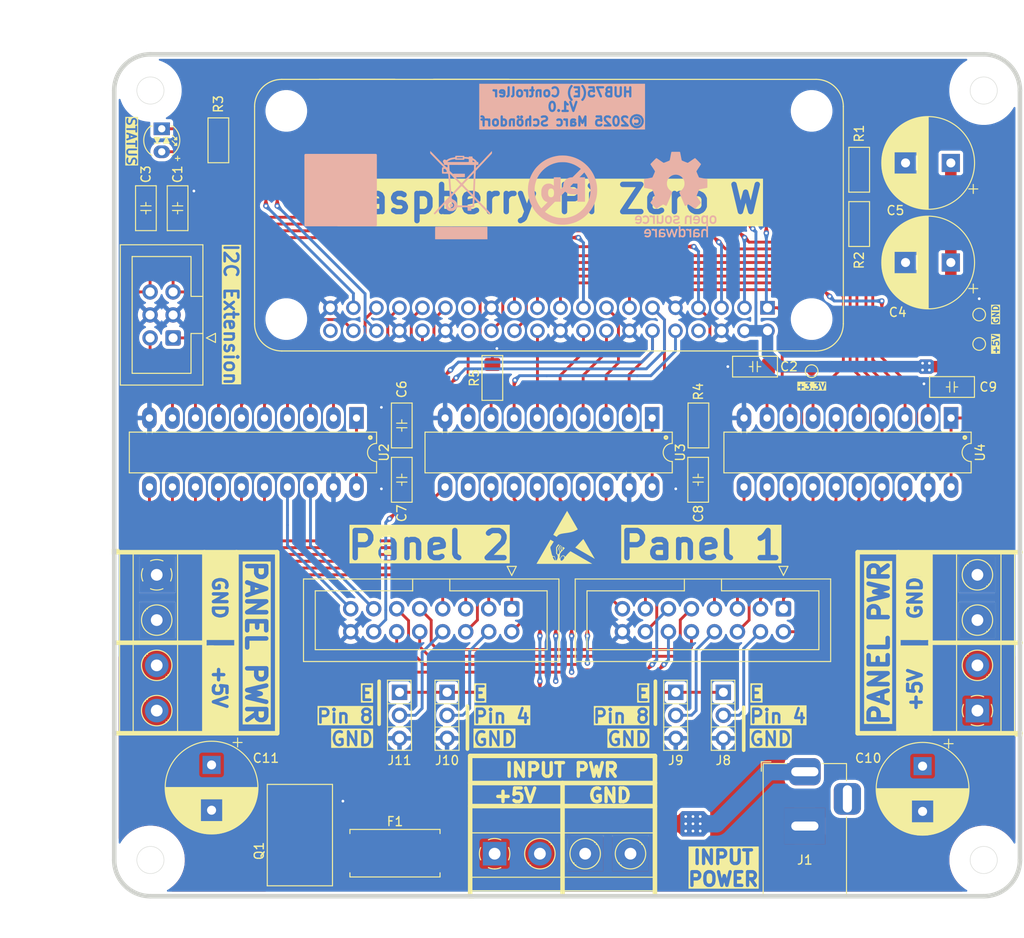
<source format=kicad_pcb>
(kicad_pcb (version 20241229) (generator "pcbnew") (generator_version "9.0")
  (title_block (title "HUB75 LED-Matrix Adapter") (date "10.02.2025") (rev "V1.0") (company "Marc Schöndorf"))
  (layers (0 "F.Cu" signal) (2 "B.Cu" signal) (13 "F.Paste" user) (15 "B.Paste" user) (5 "F.SilkS" user "F.Silkscreen") (7 "B.SilkS" user "B.Silkscreen") (1 "F.Mask" user) (3 "B.Mask" user) (25 "Edge.Cuts" user))
  (net 0 "")
  (net 5 "GND")
  (net 6 "+5V")
  (net 7 "BUF_P0_OE")
  (net 8 "BUF_P0_B2")
  (net 9 "BUF_ROW_B")
  (net 10 "BUF_P0_G1")
  (net 11 "BUF_ROW_C")
  (net 12 "BUF_P0_CLOCK")
  (net 13 "BUF_ROW_A")
  (net 14 "BUF_ROW_D")
  (net 15 "BUF_P0_G2")
  (net 16 "BUF_P0_STROBE")
  (net 17 "BUF_P0_R2")
  (net 18 "BUF_P0_B1")
  (net 19 "BUF_P0_R1")
  (net 20 "BUF_ROW_E")
  (net 21 "BUF_P1_B1")
  (net 22 "BUF_P1_OE")
  (net 23 "BUF_P1_B2")
  (net 24 "BUF_P1_R2")
  (net 25 "BUF_P1_R1")
  (net 26 "BUF_P1_G2")
  (net 27 "BUF_P1_G1")
  (net 28 "BUF_P1_CLOCK")
  (net 29 "BUF_P1_STROBE")
  (net 30 "OE")
  (net 31 "P0_R1")
  (net 32 "P1_B2")
  (net 33 "P1_R1")
  (net 34 "P0_R2")
  (net 35 "CLOCK")
  (net 36 "P1_G1")
  (net 37 "P0_G2")
  (net 38 "P1_R2")
  (net 39 "ROW_A")
  (net 40 "ROW_B")
  (net 41 "ROW_C")
  (net 42 "ROW_E")
  (net 43 "ROW_D")
  (net 44 "STROBE")
  (net 45 "P0_B2")
  (net 46 "P1_B1")
  (net 47 "P1_G2")
  (net 48 "P0_G1")
  (net 49 "P0_B1")
  (net 51 "SDA")
  (net 52 "SCL")
  (net 53 "Net-(J6-Pin_8)")
  (net 54 "Net-(J6-Pin_4)")
  (net 55 "Net-(U3-A6)")
  (net 56 "LED1")
  (net 57 "Net-(Q1-D)")
  (net 58 "LED2")
  (net 59 "Net-(LED1-AK)")
  (net 60 "+3.3V_1")
  (net 61 "+3.3V_2")
  (net 62 "Net-(J2-Pin_1)")
  (net 63 "Net-(J7-Pin_8)")
  (net 64 "Net-(J7-Pin_4)")
  (footprint "PCM_Package_TO_SOT_SMD_AKL:TO-252-2" (layer "F.Cu") (at 116 136.25 -90)
    (property "Reference" "Q1")
    (property "Value" "AOD403" (hide yes))
  )
  (footprint "PCM_Resistor_SMD_AKL:R_1206_3216Metric_Pad1.42x1.75mm_HandSolder" (layer "F.Cu") (at 177.75 68.75 -90)
    (property "Reference" "R2")
    (property "Value" "3k3")
  )
  (footprint "Connector_IDC:IDC-Header_2x08_P2.54mm_Vertical" (layer "F.Cu") (at 169.39 111.2475 -90)
    (property "Reference" "J6" (hide yes))
    (property "Value" "Panel 1")
  )
  (footprint "CustomLib:RaspberryPi Zero" (layer "F.Cu") (at 143.5 67.77 180)
    (property "Reference" "U1" (hide yes))
    (property "Value" "RaspberryPi Zero W")
  )
  (footprint "PCM_Capacitor_SMD_AKL:C_1206_3216Metric_Pad1.42x1.75mm_HandSolder" (layer "F.Cu") (at 159.97 97 -90)
    (property "Reference" "C8")
    (property "Value" "100nF 50V")
  )
  (footprint "Connector_PinHeader_2.54mm:PinHeader_1x03_P2.54mm_Vertical" (layer "F.Cu") (at 132.25 120.475)
    (property "Reference" "J10")
    (property "Value" "P1_SELECT_PIN4")
  )
  (footprint "Capacitor_THT:CP_Radial_D10.0mm_P5.00mm" (layer "F.Cu") (at 187.867677 73 180)
    (property "Reference" "C4")
    (property "Value" "1200uF 16V")
  )
  (footprint "PCM_Capacitor_SMD_AKL:C_1206_3216Metric_Pad1.42x1.75mm_HandSolder" (layer "F.Cu") (at 166.25 84.5)
    (property "Reference" "C2")
    (property "Value" "100nF 50V")
  )
  (footprint "PCM_Package_DIP_AKL:DIP-20_W7.62mm_LongPads" (layer "F.Cu") (at 154.895 90.175 -90)
    (property "Reference" "U3")
    (property "Value" "74HCT245" (hide yes))
  )
  (footprint "PCM_Resistor_SMD_AKL:R_1206_3216Metric_Pad1.42x1.75mm_HandSolder" (layer "F.Cu") (at 177.75 62.75 90)
    (property "Reference" "R1")
    (property "Value" "3k3")
  )
  (footprint "PCM_Capacitor_SMD_AKL:C_1206_3216Metric_Pad1.42x1.75mm_HandSolder" (layer "F.Cu") (at 127.25 91 90)
    (property "Reference" "C6")
    (property "Value" "10uF 16V")
  )
  (footprint "Connector_PinHeader_2.54mm:PinHeader_1x03_P2.54mm_Vertical" (layer "F.Cu") (at 162.75 120.475)
    (property "Reference" "J8")
    (property "Value" "P0_SELECT_PIN4")
  )
  (footprint "TestPoint:TestPoint_Pad_D1.0mm" (layer "F.Cu") (at 191 78.75)
    (property "Reference" "TP2" (hide yes))
    (property "Value" "TPGND")
  )
  (footprint "TestPoint:TestPoint_Pad_D1.0mm" (layer "F.Cu") (at 191 82)
    (property "Reference" "TP1" (hide yes))
    (property "Value" "TP+5V")
  )
  (footprint "Connector_PinHeader_2.54mm:PinHeader_1x03_P2.54mm_Vertical" (layer "F.Cu") (at 157.5 120.475)
    (property "Reference" "J9")
    (property "Value" "P0_SELECT_PIN8")
  )
  (footprint "Fuse:Fuseholder_Littelfuse_Nano2_154x" (layer "F.Cu") (at 126.5 138.25 180)
    (property "Reference" "F1")
    (property "Value" "Fuse")
  )
  (footprint "Connector_IDC:IDC-Header_2x03_P2.54mm_Vertical" (layer "F.Cu") (at 102.0025 81.33 180)
    (property "Reference" "J3" (hide yes))
    (property "Value" "I2C Extension")
  )
  (footprint "Capacitor_THT:CP_Radial_D10.0mm_P5.00mm" (layer "F.Cu") (at 187.867677 62 180)
    (property "Reference" "C5")
    (property "Value" "1200uF 16V")
  )
  (footprint "PCM_Capacitor_SMD_AKL:C_1206_3216Metric_Pad1.42x1.75mm_HandSolder" (layer "F.Cu") (at 99 67 -90)
    (property "Reference" "C3")
    (property "Value" "100nF 50V")
  )
  (footprint "Connector_PinHeader_2.54mm:PinHeader_1x03_P2.54mm_Vertical" (layer "F.Cu") (at 127 120.475)
    (property "Reference" "J11")
    (property "Value" "P1_SELECT_PIN8")
  )
  (footprint "TerminalBlock_Phoenix:TerminalBlock_Phoenix_MKDS-1,5-4_1x04_P5.00mm_Horizontal" (layer "F.Cu") (at 100.195 107.5 -90)
    (property "Reference" "J5" (hide yes))
    (property "Value" "Panel power 2")
  )
  (footprint "Connector_IDC:IDC-Header_2x08_P2.54mm_Vertical" (layer "F.Cu") (at 139.39 111.2475 -90)
    (property "Reference" "J7" (hide yes))
    (property "Value" "Panel 2")
  )
  (footprint "LOGO" (layer "F.Cu") (at 145.5 103.5)
    (property "Reference" "G***" (hide yes))
    (property "Value" "LOGO" (hide yes))
  )
  (footprint "PCM_Package_DIP_AKL:DIP-20_W7.62mm_LongPads" (layer "F.Cu") (at 122.25 90.175 -90)
    (property "Reference" "U2")
    (property "Value" "74HCT245" (hide yes))
  )
  (footprint "PCM_LED_THT_AKL:LED_D3.0mm_BiDir" (layer "F.Cu") (at 100.75 58.225 -90)
    (property "Reference" "LED1" (hide yes))
    (property "Value" "LED DUAL" (hide yes))
  )
  (footprint "PCM_Package_DIP_AKL:DIP-20_W7.62mm_LongPads" (layer "F.Cu") (at 187.895 90.175 -90)
    (property "Reference" "U4")
    (property "Value" "74HCT245" (hide yes))
  )
  (footprint "PCM_Capacitor_SMD_AKL:C_1206_3216Metric_Pad1.42x1.75mm_HandSolder" (layer "F.Cu") (at 188 86.75 180)
    (property "Reference" "C9")
    (property "Value" "100nF 50V")
  )
  (footprint "TerminalBlock_Phoenix:TerminalBlock_Phoenix_MKDS-1,5-4_1x04_P5.00mm_Horizontal" (layer "F.Cu") (at 190.805 122.5 90)
    (property "Reference" "J4" (hide yes))
    (property "Value" "Panel power 1")
  )
  (footprint "PCM_Capacitor_SMD_AKL:C_1206_3216Metric_Pad1.42x1.75mm_HandSolder" (layer "F.Cu") (at 127.25 97 -90)
    (property "Reference" "C7")
    (property "Value" "100nF 50V")
  )
  (footprint "TerminalBlock_Phoenix:TerminalBlock_Phoenix_MKDS-1,5-4_1x04_P5.00mm_Horizontal" (layer "F.Cu") (at 137.5 138.305)
    (property "Reference" "J2" (hide yes))
    (property "Value" "Power input")
  )
  (footprint "PCM_Resistor_SMD_AKL:R_1206_3216Metric_Pad1.42x1.75mm_HandSolder" (layer "F.Cu") (at 160 91 -90)
    (property "Reference" "R4")
    (property "Value" "10k")
  )
  (footprint "TestPoint:TestPoint_Pad_D1.0mm" (layer "F.Cu") (at 172.5 85)
    (property "Reference" "TP3" (hide yes))
    (property "Value" "TP+3.3V")
  )
  (footprint "PCM_Resistor_SMD_AKL:R_1206_3216Metric_Pad1.42x1.75mm_HandSolder" (layer "F.Cu") (at 137.25 85.75 90)
    (property "Reference" "R5")
    (property "Value" "10k")
  )
  (footprint "Capacitor_THT:CP_Radial_D10.0mm_P5.00mm" (layer "F.Cu") (at 106.25 128.5 -90)
    (property "Reference" "C11")
    (property "Value" "1200uF 16V")
  )
  (footprint "Capacitor_THT:CP_Radial_D10.0mm_P5.00mm" (layer "F.Cu") (at 184.75 128.632323 -90)
    (property "Reference" "C10")
    (property "Value" "1200uF 16V")
  )
  (footprint "PCM_Capacitor_SMD_AKL:C_1206_3216Metric_Pad1.42x1.75mm_HandSolder" (layer "F.Cu") (at 102.5 67 90)
    (property "Reference" "C1")
    (property "Value" "100nF 50V")
  )
  (footprint "Connector_BarrelJack:BarrelJack_Horizontal" (layer "F.Cu") (at 171.75 129.25 90)
    (property "Reference" "J1")
    (property "Value" "Power input")
  )
  (footprint "PCM_Resistor_SMD_AKL:R_1206_3216Metric_Pad1.42x1.75mm_HandSolder" (layer "F.Cu") (at 107 59.5 90)
    (property "Reference" "R3")
    (property "Value" "150R")
  )
  (footprint "LOGO" (layer "B.Cu") (at 134 66 180)
    (property "Reference" "G***" (hide yes))
    (property "Value" "LOGO" (hide yes))
  )
  (footprint "LOGO" (layer "B.Cu") (at 157.5 65.5 180)
    (property "Reference" "G***" (hide yes))
    (property "Value" "LOGO" (hide yes))
  )
  (footprint "LOGO" (layer "B.Cu") (at 145 65 180)
    (property "Reference" "G***" (hide yes))
    (property "Value" "LOGO" (hide yes))
  )
  (gr_line (start 155.25 119.25) (end 155.25 124) (stroke (width 0.4)) (layer "F.SilkS"))
  (gr_line (start 177.578 105.00025) (end 177.578 125.00025) (stroke (width 0.5)) (layer "F.SilkS"))
  (gr_line (start 124.75 119.25) (end 124.75 124) (stroke (width 0.4)) (layer "F.SilkS"))
  (gr_line (start 134.5 122) (end 134.5 126.75) (stroke (width 0.4)) (layer "F.SilkS"))
  (gr_line (start 195.578 115.00025) (end 185.622 114.99975) (stroke (width 0.5)) (layer "F.SilkS"))
  (gr_line (start 182.078 105.00025) (end 182.078 125.00025) (stroke (width 0.5)) (layer "F.SilkS"))
  (gr_line (start 102.5 61.25) (end 102.5 61.75) (stroke (width 0.12)) (layer "F.SilkS"))
  (gr_line (start 109 125) (end 109 105) (stroke (width 0.5)) (layer "F.SilkS"))
  (gr_line (start 105.456 124.94) (end 105.456 105) (stroke (width 0.5)) (layer "F.SilkS"))
  (gr_line (start 134.8005 133.044) (end 155.2005 133.044) (stroke (width 0.5)) (layer "F.SilkS"))
  (gr_line (start 113.5 125) (end 113.5 105) (stroke (width 0.5)) (layer "F.SilkS"))
  (gr_line (start 185.622 105.06025) (end 185.622 125.00025) (stroke (width 0.5)) (layer "F.SilkS"))
  (gr_line (start 165 122.125) (end 165 126.875) (stroke (width 0.4)) (layer "F.SilkS"))
  (gr_line (start 134.8 142.9) (end 134.8 127.5) (stroke (width 0.5)) (layer "F.SilkS"))
  (gr_line (start 134.8 130.5) (end 155.2 130.5) (stroke (width 0.5)) (layer "F.SilkS"))
  (gr_line (start 195.578 125.00025) (end 177.578 125.00025) (stroke (width 0.5)) (layer "F.SilkS"))
  (gr_line (start 195.578 105.00025) (end 177.578 105.00025) (stroke (width 0.5)) (layer "F.SilkS"))
  (gr_line (start 134.8 127.5) (end 155.2 127.5) (stroke (width 0.5)) (layer "F.SilkS"))
  (gr_line (start 145 142.95) (end 145 130.5) (stroke (width 0.5)) (layer "F.SilkS"))
  (gr_line (start 95.5 115) (end 105.456 115.0005) (stroke (width 0.5)) (layer "F.SilkS"))
  (gr_line (start 95.5 125) (end 113.5 125) (stroke (width 0.5)) (layer "F.SilkS"))
  (gr_line (start 155.2 142.9) (end 155.2 127.5) (stroke (width 0.5)) (layer "F.SilkS"))
  (gr_line (start 95.5 105) (end 113.5 105) (stroke (width 0.5)) (layer "F.SilkS"))
  (gr_line (start 102.25 61.5) (end 102.75 61.5) (stroke (width 0.12)) (layer "F.SilkS"))
  (gr_circle (center 191.5 54) (end 193 54) (stroke (width 0.05)) (fill no) (layer "Edge.Cuts"))
  (gr_circle (center 99.5 54) (end 101 54) (stroke (width 0.05)) (fill no) (layer "Edge.Cuts"))
  (gr_arc (start 191.5 50) (mid 194.328427 51.171573) (end 195.5 54) (stroke (width 0.5)) (layer "Edge.Cuts"))
  (gr_arc (start 195.5 139) (mid 194.328427 141.828427) (end 191.5 143) (stroke (width 0.5)) (layer "Edge.Cuts"))
  (gr_line (start 195.5 54) (end 195.5 139) (stroke (width 0.5)) (layer "Edge.Cuts"))
  (gr_circle (center 99.5 139) (end 101 139) (stroke (width 0.05)) (fill no) (layer "Edge.Cuts"))
  (gr_arc (start 99.5 143) (mid 96.671573 141.828427) (end 95.5 139) (stroke (width 0.5)) (layer "Edge.Cuts"))
  (gr_line (start 95.5 139) (end 95.5 54) (stroke (width 0.5)) (layer "Edge.Cuts"))
  (gr_line (start 191.5 143) (end 99.5 143) (stroke (width 0.5)) (layer "Edge.Cuts"))
  (gr_arc (start 95.5 54) (mid 96.671573 51.171573) (end 99.5 50) (stroke (width 0.5)) (layer "Edge.Cuts"))
  (gr_circle (center 191.5 139) (end 193 139) (stroke (width 0.05)) (fill no) (layer "Edge.Cuts"))
  (gr_line (start 99.5 50) (end 191.5 50) (stroke (width 0.5)) (layer "Edge.Cuts"))
  (gr_text "E" (at 165.5 121.5 0) (layer "F.SilkS" knockout) (effects (font (size 1.5 1.5) (thickness 0.3) (bold yes)) (justify left bottom)))
  (gr_text "E" (at 124.25 121.5 0) (layer "F.SilkS" knockout) (effects (font (size 1.5 1.5) (thickness 0.3) (bold yes)) (justify right bottom)))
  (gr_text "Raspberry Pi Zero W" (at 143.5 67.77 0) (layer "F.SilkS" knockout) (effects (font (size 3 3) (thickness 0.6) (bold yes)) (justify bottom)))
  (gr_text "+3.3V" (at 170.8 87.1 0) (layer "F.SilkS" knockout) (effects (font (size 0.7 0.7) (thickness 0.14) (bold yes)) (justify left bottom)))
  (gr_text "GND" (at 147.7 132.75 0) (layer "F.SilkS") (effects (font (size 1.5 1.5) (thickness 0.375) (bold yes)) (justify left bottom)))
  (gr_text "Panel 2" (at 121 106 0) (layer "F.SilkS" knockout) (effects (font (size 3 3) (thickness 0.6) (bold yes)) (justify left bottom)))
  (gr_text "Pin 8" (at 154.75 124 0) (layer "F.SilkS" knockout) (effects (font (size 1.5 1.5) (thickness 0.3) (bold yes)) (justify right bottom)))
  (gr_text "E" (at 135 121.5 0) (layer "F.SilkS" knockout) (effects (font (size 1.5 1.5) (thickness 0.3) (bold yes)) (justify left bottom)))
  (gr_text "Pin 8" (at 124.25 124 0) (layer "F.SilkS" knockout) (effects (font (size 1.5 1.5) (thickness 0.3) (bold yes)) (justify right bottom)))
  (gr_text "Panel 1" (at 151 106 0) (layer "F.SilkS" knockout) (effects (font (size 3 3) (thickness 0.6) (bold yes)) (justify left bottom)))
  (gr_text "GND" (at 124.25 126.5 0) (layer "F.SilkS" knockout) (effects (font (size 1.5 1.5) (thickness 0.3) (bold yes)) (justify right bottom)))
  (gr_text "+5V" (at 193.25 83.2 90) (layer "F.SilkS" knockout) (effects (font (size 0.7 0.7) (thickness 0.14) (bold yes)) (justify left bottom)))
  (gr_text "GND" (at 193.25 79.9 90) (layer "F.SilkS" knockout) (effects (font (size 0.7 0.7) (thickness 0.14) (bold yes)) (justify left bottom)))
  (gr_text "GND" (at 154.75 126.5 0) (layer "F.SilkS" knockout) (effects (font (size 1.5 1.5) (thickness 0.3) (bold yes)) (justify right bottom)))
  (gr_text "Pin 4" (at 165.5 124 0) (layer "F.SilkS" knockout) (effects (font (size 1.5 1.5) (thickness 0.3) (bold yes)) (justify left bottom)))
  (gr_text "Pin 4" (at 135 124 0) (layer "F.SilkS" knockout) (effects (font (size 1.5 1.5) (thickness 0.3) (bold yes)) (justify left bottom)))
  (gr_text "GND" (at 165.5 126.5 0) (layer "F.SilkS" knockout) (effects (font (size 1.5 1.5) (thickness 0.3) (bold yes)) (justify left bottom)))
  (gr_text "INPUT PWR" (at 138.5 129.95 0) (layer "F.SilkS") (effects (font (size 1.5 1.5) (thickness 0.375) (bold yes)) (justify left bottom)))
  (gr_text "I2C Extension" (at 107.5 78.75 -90) (layer "F.SilkS" knockout) (effects (font (size 1.5 1.5) (thickness 0.3) (bold yes)) (justify bottom)))
  (gr_text "+5V" (at 106.25 117.35 270) (layer "F.SilkS" knockout) (effects (font (size 1.5 1.5) (thickness 0.375) (bold yes)) (justify left bottom)))
  (gr_text "GND" (at 184.8 112.6 90) (layer "F.SilkS" knockout) (effects (font (size 1.5 1.5) (thickness 0.375) (bold yes)) (justify left bottom)))
  (gr_text "INPUT\nPOWER" (at 162.75 142 0) (layer "F.SilkS" knockout) (effects (font (size 1.5 1.5) (thickness 0.375) (bold yes)) (justify bottom)))
  (gr_text "GND" (at 106.25 107.5 270) (layer "F.SilkS" knockout) (effects (font (size 1.5 1.5) (thickness 0.375) (bold yes)) (justify left bottom)))
  (gr_text "STATUS" (at 96.8 56.8 270) (layer "F.SilkS" knockout) (effects (font (size 1 1) (thickness 0.2) (bold yes)) (justify left bottom)))
  (gr_text "GND" (at 135 126.5 0) (layer "F.SilkS" knockout) (effects (font (size 1.5 1.5) (thickness 0.3) (bold yes)) (justify left bottom)))
  (gr_text "PANEL PWR" (at 181.178 124.30025 90) (layer "F.SilkS" knockout) (effects (font (size 2.1 2.1) (thickness 0.5) (bold yes)) (justify left bottom)))
  (gr_text "E" (at 154.75 121.5 0) (layer "F.SilkS" knockout) (effects (font (size 1.5 1.5) (thickness 0.3) (bold yes)) (justify right bottom)))
  (gr_text "PANEL PWR" (at 109.9 105.7 270) (layer "F.SilkS" knockout) (effects (font (size 2.1 2.1) (thickness 0.5) (bold yes)) (justify left bottom)))
  (gr_text "+5V" (at 137.25 132.75 0) (layer "F.SilkS") (effects (font (size 1.5 1.5) (thickness 0.375) (bold yes)) (justify left bottom)))
  (gr_text "+5V" (at 184.8 122.75 90) (layer "F.SilkS" knockout) (effects (font (size 1.5 1.5) (thickness 0.375) (bold yes)) (justify left bottom)))
  (gr_text "HUB75(E) Controller\nV1.0\n©2025 Marc Schöndorf" (at 145 58 0) (layer "B.SilkS" knockout) (effects (font (size 1 1) (thickness 0.25) (bold yes)) (justify bottom mirror)))
  (segment (start 125.4375 89.4375) (end 125 89) (width 0.3175) (layer "F.Cu") (net 5))
  (segment (start 127.25 98.5625) (end 125.5625 98.5625) (width 0.3175) (layer "F.Cu") (net 5))
  (segment (start 99 65.4375) (end 102.5 65.4375) (width 0.3175) (layer "F.Cu") (net 5))
  (segment (start 118.28 132.05) (end 120.3 132.05) (width 0.635) (layer "F.Cu") (net 5))
  (segment (start 102.5 65.4375) (end 103.9625 65.4375) (width 0.3175) (layer "F.Cu") (net 5))
  (segment (start 186.4375 86.75) (end 185.25 86.75) (width 0.3175) (layer "F.Cu") (net 5))
  (segment (start 137.25 83) (end 137.75 82.5) (width 0.3175) (layer "F.Cu") (net 5))
  (segment (start 137.25 84.2625) (end 137.25 83) (width 0.3175) (layer "F.Cu") (net 5))
  (segment (start 120.3 132.05) (end 120.75 132.5) (width 0.635) (layer "F.Cu") (net 5))
  (segment (start 185.25 86.75) (end 184.9 86.4) (width 0.3175) (layer "F.Cu") (net 5))
  (segment (start 158.0625 98.5625) (end 157.5 98) (width 0.3175) (layer "F.Cu") (net 5))
  (segment (start 191 78.75) (end 191 77) (width 0.3175) (layer "F.Cu") (net 5))
  (segment (start 127.25 89.4375) (end 125.4375 89.4375) (width 0.3175) (layer "F.Cu") (net 5))
  (segment (start 159.97 98.5625) (end 158.0625 98.5625) (width 0.3175) (layer "F.Cu") (net 5))
  (segment (start 103.9625 65.4375) (end 104.3 65.1) (width 0.3175) (layer "F.Cu") (net 5))
  (segment (start 164.6875 84.5) (end 163.25 84.5) (width 0.635) (layer "F.Cu") (net 5))
  (segment (start 125.5625 98.5625) (end 125 98) (width 0.3175) (layer "F.Cu") (net 5))
  (via (at 137.75 82.5) (size 0.6) (drill 0.3) (layers "F.Cu" "B.Cu") (net 5))
  (via (at 184.9 86.4) (size 0.6) (drill 0.3) (layers "F.Cu" "B.Cu") (net 5))
  (via (at 157.5 98) (size 0.6) (drill 0.3) (layers "F.Cu" "B.Cu") (net 5))
  (via (at 125 89) (size 0.6) (drill 0.3) (layers "F.Cu" "B.Cu") (net 5))
  (via (at 163.25 84.5) (size 0.6) (drill 0.3) (layers "F.Cu" "B.Cu") (net 5))
  (via (at 125 98) (size 0.6) (drill 0.3) (layers "F.Cu" "B.Cu") (net 5))
  (via (at 104.3 65.1) (size 0.6) (drill 0.3) (layers "F.Cu" "B.Cu") (net 5))
  (via (at 191 77) (size 0.6) (drill 0.3) (layers "F.Cu" "B.Cu") (net 5))
  (via (at 120.75 132.5) (size 0.6) (drill 0.3) (layers "F.Cu" "B.Cu") (net 5))
  (segment (start 189.5 90.175) (end 191.925 90.175) (width 0.3175) (layer "F.Cu") (net 6))
  (segment (start 190.5 84.5) (end 192 86) (width 1.27) (layer "F.Cu") (net 6))
  (segment (start 187.895 90.175) (end 187.895 95.5) (width 0.3175) (layer "F.Cu") (net 6))
  (segment (start 187.867677 62) (end 187.867677 73) (width 1.27) (layer "F.Cu") (net 6))
  (segment (start 190.5 102) (end 184.5 108) (width 1.27) (layer "F.Cu") (net 6))
  (segment (start 107 68) (end 105.5 69.5) (width 0.3175) (layer "F.Cu") (net 6))
  (segment (start 102.0025 69.06) (end 102.5 68.5625) (width 0.3175) (layer "F.Cu") (net 6))
  (segment (start 127.25 92.5625) (end 127.25 94) (width 0.3175) (layer "F.Cu") (net 6))
  (segment (start 165.5 68.75) (end 165.25 68.75) (width 0.3175) (layer "F.Cu") (net 6))
  (segment (start 187.9 84.5) (end 190.5 84.5) (width 1.27) (layer "F.Cu") (net 6))
  (segment (start 191 82) (end 187.867677 82) (width 0.3175) (layer "F.Cu") (net 6))
  (segment (start 192 86) (end 192 90.25) (width 1.27) (layer "F.Cu") (net 6))
  (segment (start 154.895 90.175) (end 154.895 92.5) (width 0.3175) (layer "F.Cu") (net 6))
  (segment (start 187.895 97.795) (end 187.895 97.895) (width 0.3175) (layer "F.Cu") (net 6))
  (segment (start 167.63 80.54) (end 167.63 84.3175) (width 0.635) (layer "F.Cu") (net 6))
  (segment (start 184.5 108) (end 184.5 116.5) (width 1.27) (layer "F.Cu") (net 6))
  (segment (start 192 100.5) (end 190.5 102) (width 1.27) (layer "F.Cu") (net 6))
  (segment (start 154.895 94) (end 154.895 95.5) (width 0.3175) (layer "F.Cu") (net 6))
  (segment (start 148.375 68) (end 107 68) (width 0.3175) (layer "F.Cu") (net 6))
  (segment (start 187.895 90.175) (end 189.5 90.175) (width 0.3175) (layer "F.Cu") (net 6))
  (segment (start 191.925 90.175) (end 192 90.25) (width 0.3175) (layer "F.Cu") (net 6))
  (segment (start 189.5625 86.75) (end 189.5625 90.1125) (width 0.3175) (layer "F.Cu") (net 6))
  (segment (start 187.8325 95.4375) (end 187.895 95.5) (width 0.3175) (layer "F.Cu") (net 6))
  (segment (start 149.125 68.75) (end 148.375 68) (width 0.3175) (layer "F.Cu") (net 6))
  (segment (start 127.25 94) (end 122.25 94) (width 0.3175) (layer "F.Cu") (net 6))
  (segment (start 154.9575 95.4375) (end 154.895 95.5) (width 0.3175) (layer "F.Cu") (net 6))
  (segment (start 185.125 84.5) (end 187.9 84.5) (width 1.27) (layer "F.Cu") (net 6))
  (segment (start 187.867677 84.467677) (end 187.9 84.5) (width 1.27) (layer "F.Cu") (net 6))
  (segment (start 122.25 90.175) (end 122.25 92.4) (width 0.3175) (layer "F.Cu") (net 6))
  (segment (start 159.97 95.4375) (end 187.8325 95.4375) (width 0.3175) (layer "F.Cu") (net 6))
  (segment (start 154.895 92.5) (end 154.895 94) (width 0.3175) (layer "F.Cu") (net 6))
  (segment (start 187.895 95.5) (end 187.895 97.795) (width 0.3175) (layer "F.Cu") (net 6))
  (segment (start 105.5 75.75) (end 105 76.25) (width 0.3175) (layer "F.Cu") (net 6))
  (segment (start 127.25 94) (end 154.895 94) (width 0.3175) (layer "F.Cu") (net 6))
  (segment (start 166 69.25) (end 165.5 68.75) (width 0.3175) (layer "F.Cu") (net 6))
  (segment (start 165.25 68.75) (end 149.125 68.75) (width 0.3175) (layer "F.Cu") (net 6))
  (segment (start 105 76.25) (end 102.0025 76.25) (width 0.3175) (layer "F.Cu") (net 6))
  (segment (start 127.25 94) (end 127.25 95.4375) (width 0.3175) (layer "F.Cu") (net 6))
  (segment (start 159.97 95.4375) (end 154.9575 95.4375) (width 0.3175) (layer "F.Cu") (net 6))
  (segment (start 192 90.25) (end 192 100.5) (width 1.27) (layer "F.Cu") (net 6))
  (segment (start 187.895 97.895) (end 188.0625 98.0625) (width 0.3175) (layer "F.Cu") (net 6))
  (segment (start 189.5625 90.1125) (end 189.5 90.175) (width 0.3175) (layer "F.Cu") (net 6))
  (segment (start 122.25 94) (end 122.25 97.795) (width 0.3175) (layer "F.Cu") (net 6))
  (segment (start 154.895 95.5) (end 154.895 97.795) (width 0.3175) (layer "F.Cu") (net 6))
  (segment (start 102.0025 76.25) (end 102.0025 69.06) (width 0.3175) (layer "F.Cu") (net 6))
  (segment (start 105.5 69.5) (end 105.5 75.75) (width 0.3175) (layer "F.Cu") (net 6))
  (segment (start 187.867677 82) (end 187.867677 84.467677) (width 1.27) (layer "F.Cu") (net 6))
  (segment (start 187.867677 73) (end 187.867677 82) (width 1.27) (layer "F.Cu") (net 6))
  (segment (start 122.25 92.4) (end 122.25 94) (width 0.3175) (layer "F.Cu") (net 6))
  (segment (start 167.63 84.3175) (end 167.8125 84.5) (width 0.635) (layer "F.Cu") (net 6))
  (via (at 185.5 84.125) (size 0.6) (drill 0.3) (layers "F.Cu" "B.Cu") (net 6))
  (via (at 185.5 84.875) (size 0.6) (drill 0.3) (layers "F.Cu" "B.Cu") (net 6))
  (via (at 184.75 84.125) (size 0.6) (drill 0.3) (layers "F.Cu" "B.Cu") (net 6))
  (via (at 184.75 84.875) (size 0.6) (drill 0.3) (layers "F.Cu" "B.Cu") (net 6))
  (via (at 166 69.25) (size 0.6) (drill 0.3) (layers "F.Cu" "B.Cu") (net 6))
  (segment (start 174.5 84.5) (end 185.25 84.5) (width 1.27) (layer "B.Cu") (net 6))
  (segment (start 166.4 80.54) (end 165.09 80.54) (width 1.27) (layer "B.Cu") (net 6))
  (segment (start 169.75 84.5) (end 174.5 84.5) (width 1.27) (layer "B.Cu") (net 6))
  (segment (start 166.35 69.6) (end 166 69.25) (width 0.3175) (layer "B.Cu") (net 6))
  (segment (start 169 84.5) (end 169.75 84.5) (width 1.27) (layer "B.Cu") (net 6))
  (segment (start 167.63 83.13) (end 169 84.5) (width 1.27) (layer "B.Cu") (net 6))
  (segment (start 166.35 77.45) (end 166.35 69.6) (width 0.3175) (layer "B.Cu") (net 6))
  (segment (start 167.63 80.54) (end 166.4 80.54) (width 1.27) (layer "B.Cu") (net 6))
  (segment (start 166.4 80.54) (end 166.35 80.49) (width 0.3175) (layer "B.Cu") (net 6))
  (segment (start 167.63 80.54) (end 167.63 83.13) (width 1.27) (layer "B.Cu") (net 6))
  (segment (start 166.35 80.49) (end 166.35 77.45) (width 0.3175) (layer "B.Cu") (net 6))
  (segment (start 149.815 109.565) (end 149.815 97.795) (width 0.3175) (layer "F.Cu") (net 7))
  (segment (start 151.4975 111.2475) (end 149.815 109.565) (width 0.3175) (layer "F.Cu") (net 7))
  (segment (start 151.61 111.2475) (end 151.4975 111.2475) (width 0.3175) (layer "F.Cu") (net 7))
  (segment (start 170.115 99.635) (end 170.115 97.795) (width 0.3175) (layer "F.Cu") (net 8))
  (segment (start 161.77 107.98) (end 170.115 99.635) (width 0.3175) (layer "F.Cu") (net 8))
  (segment (start 161.77 111.2475) (end 161.77 107.98) (width 0.3175) (layer "F.Cu") (net 8))
  (segment (start 159.23 115.52) (end 159.23 113.7875) (width 0.3175) (layer "F.Cu") (net 9))
  (segment (start 145 116.5) (end 147.75 116.5) (width 0.3175) (layer "F.Cu") (net 9))
  (segment (start 130.3 116.5) (end 145 116.5) (width 0.3175) (layer "F.Cu") (net 9))
  (segment (start 129.23 113.7875) (end 129.23 115.43) (width 0.3175) (layer "F.Cu") (net 9))
  (segment (start 147.75 116.5) (end 158.25 116.5) (width 0.3175) (layer "F.Cu") (net 9))
  (segment (start 129.23 115.43) (end 130.3 116.5) (width 0.3175) (layer "F.Cu") (net 9))
  (segment (start 147.75 114.25) (end 147.75 102.25) (width 0.3175) (layer "F.Cu") (net 9))
  (segment (start 147.75 102.25) (end 144.735 99.235) (width 0.3175) (layer "F.Cu") (net 9))
  (segment (start 144.735 99.235) (end 144.735 97.795) (width 0.3175) (layer "F.Cu") (net 9))
  (segment (start 158.25 116.5) (end 159.23 115.52) (width 0.3175) (layer "F.Cu") (net 9))
  (segment (start 147.75 117.25) (end 147.75 116.5) (width 0.3175) (layer "F.Cu") (net 9))
  (via (at 147.75 117.25) (size 0.6) (drill 0.3) (layers "F.Cu" "B.Cu") (net 9))
  (via (at 147.75 114.25) (size 0.6) (drill 0.3) (layers "F.Cu" "B.Cu") (net 9))
  (segment (start 147.75 114.25) (end 147.75 117.25) (width 0.3175) (layer "B.Cu") (net 9))
  (segment (start 182.815 99.185) (end 172.25 109.75) (width 0.3175) (layer "F.Cu") (net 10))
  (segment (start 172.25 109.75) (end 172.25 112.75) (width 0.3175) (layer "F.Cu") (net 10))
  (segment (start 172.25 112.75) (end 171.2125 113.7875) (width 0.3175) (layer "F.Cu") (net 10))
  (segment (start 171.2125 113.7875) (end 169.39 113.7875) (width 0.3175) (layer "F.Cu") (net 10))
  (segment (start 182.815 97.795) (end 182.815 99.185) (width 0.3175) (layer "F.Cu") (net 10))
  (segment (start 129.7 117.4) (end 146 117.4) (width 0.3175) (layer "F.Cu") (net 11))
  (segment (start 146 117.4) (end 146.65 117.4) (width 0.3175) (layer "F.Cu") (net 11))
  (segment (start 142.195 99.32) (end 142.195 97.795) (width 0.3175) (layer "F.Cu") (net 11))
  (segment (start 128 115.7) (end 129.7 117.4) (width 0.3175) (layer "F.Cu") (net 11))
  (segment (start 147.25 118) (end 154.3 118) (width 0.3175) (layer "F.Cu") (net 11))
  (segment (start 146.65 117.4) (end 147.25 118) (width 0.3175) (layer "F.Cu") (net 11))
  (segment (start 128 112.5575) (end 128 115.7) (width 0.3175) (layer "F.Cu") (net 11))
  (segment (start 146 114.25) (end 146 103.125) (width 0.3175) (layer "F.Cu") (net 11))
  (segment (start 126.69 111.2475) (end 128 112.5575) (width 0.3175) (layer "F.Cu") (net 11))
  (segment (start 154.3 118) (end 154.9 117.4) (width 0.3175) (layer "F.Cu") (net 11))
  (segment (start 146 103.125) (end 142.195 99.32) (width 0.3175) (layer "F.Cu") (net 11))
  (segment (start 146 118.25) (end 146 117.4) (width 0.3175) (layer "F.Cu") (net 11))
  (via (at 154.9 117.4) (size 0.6) (drill 0.3) (layers "F.Cu" "B.Cu") (net 11))
  (via (at 146 118.25) (size 0.6) (drill 0.3) (layers "F.Cu" "B.Cu") (net 11))
  (via (at 146 114.25) (size 0.6) (drill 0.3) (layers "F.Cu" "B.Cu") (net 11))
  (segment (start 155.4 116.9) (end 154.9 117.4) (width 0.3175) (layer "B.Cu") (net 11))
  (segment (start 156.69 111.2475) (end 155.4 112.5375) (width 0.3175) (layer "B.Cu") (net 11))
  (segment (start 155.4 112.5375) (end 155.4 114.8) (width 0.3175) (layer "B.Cu") (net 11))
  (segment (start 155.4 114.8) (end 155.4 116.9) (width 0.3175) (layer "B.Cu") (net 11))
  (segment (start 146 114.25) (end 146 118.25) (width 0.3175) (layer "B.Cu") (net 11))
  (segment (start 154.15 109.5) (end 154.15 111.2475) (width 0.3175) (layer "F.Cu") (net 12))
  (segment (start 157.75 108) (end 155.65 108) (width 0.3175) (layer "F.Cu") (net 12))
  (segment (start 165.035 100.715) (end 157.75 108) (width 0.3175) (layer "F.Cu") (net 12))
  (segment (start 165.035 97.795) (end 165.035 100.715) (width 0.3175) (layer "F.Cu") (net 12))
  (segment (start 155.65 108) (end 154.15 109.5) (width 0.3175) (layer "F.Cu") (net 12))
  (segment (start 157.25 115.75) (end 158 115) (width 0.3175) (layer "F.Cu") (net 13))
  (segment (start 129.23 111.2475) (end 130.5 112.5175) (width 0.3175) (layer "F.Cu") (net 13))
  (segment (start 148.75 100.75) (end 148.75 115.75) (width 0.3175) (layer "F.Cu") (net 13))
  (segment (start 130.5 115.05) (end 131.2 115.75) (width 0.3175) (layer "F.Cu") (net 13))
  (segment (start 131.2 115.75) (end 147.3 115.75) (width 0.3175) (layer "F.Cu") (net 13))
  (segment (start 148.75 115.75) (end 157.25 115.75) (width 0.3175) (layer "F.Cu") (net 13))
  (segment (start 147.3 115.75) (end 148.75 115.75) (width 0.3175) (layer "F.Cu") (net 13))
  (segment (start 130.5 112.5175) (end 130.5 115.05) (width 0.3175) (layer "F.Cu") (net 13))
  (segment (start 147.275 97.795) (end 147.275 99.275) (width 0.3175) (layer "F.Cu") (net 13))
  (segment (start 158 115) (end 158 112.4775) (width 0.3175) (layer "F.Cu") (net 13))
  (segment (start 158 112.4775) (end 159.23 111.2475) (width 0.3175) (layer "F.Cu") (net 13))
  (segment (start 147.275 99.275) (end 148.75 100.75) (width 0.3175) (layer "F.Cu") (net 13))
  (segment (start 128.9 118.25) (end 144.25 118.25) (width 0.3175) (layer "F.Cu") (net 14))
  (segment (start 126.69 113.7875) (end 126.69 116.04) (width 0.3175) (layer "F.Cu") (net 14))
  (segment (start 144.875 118.25) (end 145.625 119) (width 0.3175) (layer "F.Cu") (net 14))
  (segment (start 126.69 116.04) (end 128.9 118.25) (width 0.3175) (layer "F.Cu") (net 14))
  (segment (start 154.6 119) (end 156.2 117.4) (width 0.3175) (layer "F.Cu") (net 14))
  (segment (start 144.25 118.25) (end 144.875 118.25) (width 0.3175) (layer "F.Cu") (net 14))
  (segment (start 139.655 99.155) (end 139.655 97.795) (width 0.3175) (layer "F.Cu") (net 14))
  (segment (start 144.25 119.25) (end 144.25 118.25) (width 0.3175) (layer "F.Cu") (net 14))
  (segment (start 144.25 114.25) (end 144.25 103.75) (width 0.3175) (layer "F.Cu") (net 14))
  (segment (start 145.625 119) (end 154.6 119) (width 0.3175) (layer "F.Cu") (net 14))
  (segment (start 144.25 103.75) (end 139.655 99.155) (width 0.3175) (layer "F.Cu") (net 14))
  (via (at 144.25 114.25) (size 0.6) (drill 0.3) (layers "F.Cu" "B.Cu") (net 14))
  (via (at 144.25 119.25) (size 0.6) (drill 0.3) (layers "F.Cu" "B.Cu") (net 14))
  (via (at 156.2 117.4) (size 0.6) (drill 0.3) (layers "F.Cu" "B.Cu") (net 14))
  (segment (start 156.69 116.91) (end 156.69 113.7875) (width 0.3175) (layer "B.Cu") (net 14))
  (segment (start 144.25 114.25) (end 144.25 119.25) (width 0.3175) (layer "B.Cu") (net 14))
  (segment (start 156.2 117.4) (end 156.69 116.91) (width 0.3175) (layer "B.Cu") (net 14))
  (segment (start 165.6 112.4975) (end 164.31 113.7875) (width 0.3175) (layer "F.Cu") (net 15))
  (segment (start 165.6 108.9) (end 165.6 112.4975) (width 0.3175) (layer "F.Cu") (net 15))
  (segment (start 175.195 99.305) (end 165.6 108.9) (width 0.3175) (layer "F.Cu") (net 15))
  (segment (start 175.195 97.795) (end 175.195 99.305) (width 0.3175) (layer "F.Cu") (net 15))
  (segment (start 155.4 112.5375) (end 154.15 113.7875) (width 0.3175) (layer "F.Cu") (net 16))
  (segment (start 156 108.75) (end 155.4 109.35) (width 0.3175) (layer "F.Cu") (net 16))
  (segment (start 155.4 109.35) (end 155.4 112.5375) (width 0.3175) (layer "F.Cu") (net 16))
  (segment (start 167.575 100.15) (end 158.975 108.75) (width 0.3175) (layer "F.Cu") (net 16))
  (segment (start 158.975 108.75) (end 156 108.75) (width 0.3175) (layer "F.Cu") (net 16))
  (segment (start 167.575 97.795) (end 167.575 100.15) (width 0.3175) (layer "F.Cu") (net 16))
  (segment (start 172.655 97.795) (end 172.655 99.345) (width 0.3175) (layer "F.Cu") (net 17))
  (segment (start 164.31 107.69) (end 164.31 111.2475) (width 0.3175) (layer "F.Cu") (net 17))
  (segment (start 172.655 99.345) (end 164.31 107.69) (width 0.3175) (layer "F.Cu") (net 17))
  (segment (start 177.735 99.265) (end 166.85 110.15) (width 0.3175) (layer "F.Cu") (net 18))
  (segment (start 166.85 110.15) (end 166.85 111.2475) (width 0.3175) (layer "F.Cu") (net 18))
  (segment (start 177.735 97.795) (end 177.735 99.265) (width 0.3175) (layer "F.Cu") (net 18))
  (segment (start 169.39 110.11) (end 169.39 111.2475) (width 0.3175) (layer "F.Cu") (net 19))
  (segment (start 180.275 99.225) (end 169.39 110.11) (width 0.3175) (layer "F.Cu") (net 19))
  (segment (start 180.275 97.795) (end 180.275 99.225) (width 0.3175) (layer "F.Cu") (net 19))
  (segment (start 142.5 119.25) (end 142.5 120.475) (width 0.3175) (layer "F.Cu") (net 20))
  (segment (start 137.115 99.365) (end 137.115 97.795) (width 0.3175) (layer "F.Cu") (net 20))
  (segment (start 134 120.475) (end 138.25 120.475) (width 0.3175) (layer "F.Cu") (net 20))
  (segment (start 142.5 104.75) (end 137.115 99.365) (width 0.3175) (layer "F.Cu") (net 20))
  (segment (start 138.25 120.475) (end 142.5 120.475) (width 0.3175) (layer "F.Cu") (net 20))
  (segment (start 132.25 120.475) (end 137.5 120.475) (width 0.3175) (layer "F.Cu") (net 20))
  (segment (start 157.5 120.475) (end 162.75 120.475) (width 0.3175) (layer "F.Cu") (net 20))
  (segment (start 142.5 114.25) (end 142.5 104.75) (width 0.3175) (layer "F.Cu") (net 20))
  (segment (start 142.5 120.475) (end 157.5 120.475) (width 0.3175) (layer "F.Cu") (net 20))
  (segment (start 127 120.475) (end 132.25 120.475) (width 0.3175) (layer "F.Cu") (net 20))
  (via (at 142.5 114.25) (size 0.6) (drill 0.3) (layers "F.Cu" "B.Cu") (net 20))
  (via (at 142.5 119.25) (size 0.6) (drill 0.3) (layers "F.Cu" "B.Cu") (net 20))
  (segment (start 142.5 114.25) (end 142.5 119.25) (width 0.3175) (layer "B.Cu") (net 20))
  (segment (start 107.01 102.76) (end 109.5 105.25) (width 0.3175) (layer "F.Cu") (net 21))
  (segment (start 132.25 105.25) (end 136.85 109.85) (width 0.3175) (layer "F.Cu") (net 21))
  (segment (start 109.5 105.25) (end 132.25 105.25) (width 0.3175) (layer "F.Cu") (net 21))
  (segment (start 107.01 97.795) (end 107.01 102.76) (width 0.3175) (layer "F.Cu") (net 21))
  (segment (start 136.85 109.85) (end 136.85 111.2475) (width 0.3175) (layer "F.Cu") (net 21))
  (segment (start 114.63 97.795) (end 114.63 102) (width 0.3175) (layer "B.Cu") (net 22))
  (segment (start 121.61 111.2475) (end 114.63 104.2675) (width 0.3175) (layer "B.Cu") (net 22))
  (segment (start 114.63 104.2675) (end 114.63 102) (width 0.3175) (layer "B.Cu") (net 22))
  (segment (start 99.39 97.795) (end 99.39 99.64) (width 0.3175) (layer "F.Cu") (net 23))
  (segment (start 130.75 107.5) (end 131.77 108.52) (width 0.3175) (layer "F.Cu") (net 23))
  (segment (start 131.77 108.52) (end 131.77 111.2475) (width 0.3175) (layer "F.Cu") (net 23))
  (segment (start 107.25 107.5) (end 130.75 107.5) (width 0.3175) (layer "F.Cu") (net 23))
  (segment (start 99.39 99.64) (end 107.25 107.5) (width 0.3175) (layer "F.Cu") (net 23))
  (segment (start 101.93 100.68) (end 108 106.75) (width 0.3175) (layer "F.Cu") (net 24))
  (segment (start 134.31 109.81) (end 134.31 111.2475) (width 0.3175) (layer "F.Cu") (net 24))
  (segment (start 131.25 106.75) (end 134.31 109.81) (width 0.3175) (layer "F.Cu") (net 24))
  (segment (start 108 106.75) (end 131.25 106.75) (width 0.3175) (layer "F.Cu") (net 24))
  (segment (start 101.93 97.795) (end 101.93 100.68) (width 0.3175) (layer "F.Cu") (net 24))
  (segment (start 110.25 104.5) (end 134 104.5) (width 0.3175) (layer "F.Cu") (net 25))
  (segment (start 109.55 97.795) (end 109.55 103.8) (width 0.3175) (layer "F.Cu") (net 25))
  (segment (start 139.39 109.89) (end 139.39 111.2475) (width 0.3175) (layer "F.Cu") (net 25))
  (segment (start 109.55 103.8) (end 110.25 104.5) (width 0.3175) (layer "F.Cu") (net 25))
  (segment (start 134 104.5) (end 139.39 109.89) (width 0.3175) (layer "F.Cu") (net 25))
  (segment (start 104.47 97.795) (end 104.47 101.72) (width 0.3175) (layer "F.Cu") (net 26))
  (segment (start 135.6 109.85) (end 135.6 112.4975) (width 0.3175) (layer "F.Cu") (net 26))
  (segment (start 135.6 112.4975) (end 134.31 113.7875) (width 0.3175) (layer "F.Cu") (net 26))
  (segment (start 104.47 101.72) (end 108.75 106) (width 0.3175) (layer "F.Cu") (net 26))
  (segment (start 108.75 106) (end 131.75 106) (width 0.3175) (layer "F.Cu") (net 26))
  (segment (start 131.75 106) (end 135.6 109.85) (width 0.3175) (layer "F.Cu") (net 26))
  (segment (start 135 103.75) (end 141 109.75) (width 0.3175) (layer "F.Cu") (net 27))
  (segment (start 112.09 97.795) (end 112.09 103.09) (width 0.3175) (layer "F.Cu") (net 27))
  (segment (start 141 112.1775) (end 139.39 113.7875) (width 0.3175) (layer "F.Cu") (net 27))
  (segment (start 141 109.75) (end 141 112.1775) (width 0.3175) (layer "F.Cu") (net 27))
  (segment (start 112.09 103.09) (end 112.75 103.75) (width 0.3175) (layer "F.Cu") (net 27))
  (segment (start 112.75 103.75) (end 135 103.75) (width 0.3175) (layer "F.Cu") (net 27))
  (segment (start 117.17 104.2675) (end 117.17 97.795) (width 0.3175) (layer "B.Cu") (net 28))
  (segment (start 124.15 111.2475) (end 117.17 104.2675) (width 0.3175) (layer "B.Cu") (net 28))
  (segment (start 126.45 100.75) (end 129.08 100.75) (width 0.3175) (layer "F.Cu") (net 29))
  (segment (start 129.08 100.75) (end 132.035 97.795) (width 0.3175) (layer "F.Cu") (net 29))
  (segment (start 125.9 101.3) (end 126.45 100.75) (width 0.3175) (layer "F.Cu") (net 29))
  (via (at 125.9 101.3) (size 0.6) (drill 0.3) (layers "F.Cu" "B.Cu") (net 29))
  (segment (start 125.48125 111.4) (end 125.48125 103.8) (width 0.3175) (layer "B.Cu") (net 29))
  (segment (start 125.9 101.3) (end 125.48125 101.71875) (width 0.3175) (layer "B.Cu") (net 29))
  (segment (start 125.48125 101.71875) (end 125.48125 103.8) (width 0.3175) (layer "B.Cu") (net 29))
  (segment (start 125.48125 112.45625) (end 125.48125 111.4) (width 0.3175) (layer "B.Cu") (net 29))
  (segment (start 124.15 113.7875) (end 125.48125 112.45625) (width 0.3175) (layer "B.Cu") (net 29))
  (segment (start 157.5 92) (end 157.5 88.5) (width 0.3175) (layer "F.Cu") (net 30))
  (segment (start 157 88) (end 152.355 88) (width 0.3175) (layer "F.Cu") (net 30))
  (segment (start 157.9875 92.4875) (end 157.5 92) (width 0.3175) (layer "F.Cu") (net 30))
  (segment (start 131.5 86) (end 119.75 86) (width 0.3175) (layer "F.Cu") (net 30))
  (segment (start 152.355 90.175) (end 152.355 88) (width 0.3175) (layer "F.Cu") (net 30))
  (segment (start 159.9875 92.5) (end 160 92.4875) (width 0.3175) (layer "F.Cu") (net 30))
  (segment (start 157.5 88.5) (end 157 88) (width 0.3175) (layer "F.Cu") (net 30))
  (segment (start 160 92.4875) (end 157.9875 92.4875) (width 0.3175) (layer "F.Cu") (net 30))
  (segment (start 154.93 82.805) (end 154.93 80.54) (width 0.3175) (layer "F.Cu") (net 30))
  (segment (start 117.17 88.58) (end 117.17 90.175) (width 0.3175) (layer "F.Cu") (net 30))
  (segment (start 152.355 85.38) (end 154.93 82.805) (width 0.3175) (layer "F.Cu") (net 30))
  (segment (start 119.75 86) (end 117.17 88.58) (width 0.3175) (layer "F.Cu") (net 30))
  (segment (start 152.355 88) (end 152.355 85.38) (width 0.3175) (layer "F.Cu") (net 30))
  (segment (start 132.625 84.875) (end 131.5 86) (width 0.3175) (layer "F.Cu") (net 30))
  (via (at 132.625 84.875) (size 0.6) (drill 0.3) (layers "F.Cu" "B.Cu") (net 30))
  (segment (start 153.75 84) (end 154.93 82.82) (width 0.3175) (layer "B.Cu") (net 30))
  (segment (start 133.5 84) (end 153.75 84) (width 0.3175) (layer "B.Cu") (net 30))
  (segment (start 132.625 84.875) (end 133.5 84) (width 0.3175) (layer "B.Cu") (net 30))
  (segment (start 154.93 82.82) (end 154.93 80.54) (width 0.3175) (layer "B.Cu") (net 30))
  (segment (start 182.815 88.565) (end 182.815 90.175) (width 0.3175) (layer "F.Cu") (net 31))
  (segment (start 139.69 75.31) (end 142 73) (width 0.3175) (layer "F.Cu") (net 31))
  (segment (start 178.5 84.25) (end 182.815 88.565) (width 0.3175) (layer "F.Cu") (net 31))
  (segment (start 139.69 78) (end 139.69 75.31) (width 0.3175) (layer "F.Cu") (net 31))
  (segment (start 178.5 76) (end 178.5 84.25) (width 0.3175) (layer "F.Cu") (net 31))
  (segment (start 142 73) (end 175.5 73) (width 0.3175) (layer "F.Cu") (net 31))
  (segment (start 175.5 73) (end 178.5 76) (width 0.3175) (layer "F.Cu") (net 31))
  (segment (start 182.675 90.175) (end 182.815 90.175) (width 0.3175) (layer "F.Cu") (net 31))
  (segment (start 111.25 76) (end 110.5 76.75) (width 0.3175) (layer "F.Cu") (net 32))
  (segment (start 117 76) (end 111.25 76) (width 0.3175) (layer "F.Cu") (net 32))
  (segment (start 120.67 79.3) (end 118.3 79.3) (width 0.3175) (layer "F.Cu") (net 32))
  (segment (start 117.75 76.75) (end 117 76) (width 0.3175) (layer "F.Cu") (net 32))
  (segment (start 110.5 76.75) (end 110.5 80) (width 0.3175) (layer "F.Cu") (net 32))
  (segment (start 101.93 88.57) (end 101.93 90.175) (width 0.3175) (layer "F.Cu") (net 32))
  (segment (start 117.75 78.75) (end 117.75 76.75) (width 0.3175) (layer "F.Cu") (net 32))
  (segment (start 121.91 80.54) (end 120.67 79.3) (width 0.3175) (layer "F.Cu") (net 32))
  (segment (start 110.5 80) (end 101.93 88.57) (width 0.3175) (layer "F.Cu") (net 32))
  (segment (start 118.3 79.3) (end 117.75 78.75) (width 0.3175) (layer "F.Cu") (net 32))
  (segment (start 129 84.5) (end 116.25 84.5) (width 0.3175) (layer "F.Cu") (net 33))
  (segment (start 112.09 88.66) (end 112.09 90.175) (width 0.3175) (layer "F.Cu") (net 33))
  (segment (start 129.53 80.54) (end 129.53 83.97) (width 0.3175) (layer "F.Cu") (net 33))
  (segment (start 129.53 83.97) (end 129 84.5) (width 0.3175) (layer "F.Cu") (net 33))
  (segment (start 116.25 84.5) (end 112.09 88.66) (width 0.3175) (layer "F.Cu") (net 33))
  (segment (start 179 85.75) (end 177.5 84.25) (width 0.3175) (layer "F.Cu") (net 34))
  (segment (start 141 79.23) (end 139.69 80.54) (width 0.3175) (layer "F.Cu") (net 34))
  (segment (start 175 73.75) (end 142.5 73.75) (width 0.3175) (layer "F.Cu") (net 34))
  (segment (start 178.5 92.25) (end 179 91.75) (width 0.3175) (layer "F.Cu") (net 34))
  (segment (start 177.5 84.25) (end 177.5 76.25) (width 0.3175) (layer "F.Cu") (net 34))
  (segment (start 175.195 90.175) (end 175.195 91.695) (width 0.3175) (layer "F.Cu") (net 34))
  (segment (start 142.5 73.75) (end 141 75.25) (width 0.3175) (layer "F.Cu") (net 34))
  (segment (start 141 75.25) (end 141 79.23) (width 0.3175) (layer "F.Cu") (net 34))
  (segment (start 175.75 92.25) (end 178.5 92.25) (width 0.3175) (layer "F.Cu") (net 34))
  (segment (start 179 91.75) (end 179 85.75) (width 0.3175) (layer "F.Cu") (net 34))
  (segment (start 175.195 91.695) (end 175.75 92.25) (width 0.3175) (layer "F.Cu") (net 34))
  (segment (start 177.5 76.25) (end 175 73.75) (width 0.3175) (layer "F.Cu") (net 34))
  (segment (start 167.575 87.825) (end 167.575 90.175) (width 0.3175) (layer "F.Cu") (net 35))
  (segment (start 119.71 87.79) (end 119.71 90.175) (width 0.3175) (layer "F.Cu") (net 35))
  (segment (start 157.5 87) (end 166.75 87) (width 0.3175) (layer "F.Cu") (net 35))
  (segment (start 166.75 87) (end 167.575 87.825) (width 0.3175) (layer "F.Cu") (net 35))
  (segment (start 154.93 78) (end 156.25 79.32) (width 0.3175) (layer "F.Cu") (net 35))
  (segment (start 133.25 85.75) (end 132.25 86.75) (width 0.3175) (layer "F.Cu") (net 35))
  (segment (start 156.25 85.75) (end 157.5 87) (width 0.3175) (layer "F.Cu") (net 35))
  (segment (start 132.25 86.75) (end 120.75 86.75) (width 0.3175) (layer "F.Cu") (net 35))
  (segment (start 156.25 79.32) (end 156.25 85.75) (width 0.3175) (layer "F.Cu") (net 35))
  (segment (start 120.75 86.75) (end 119.71 87.79) (width 0.3175) (layer "F.Cu") (net 35))
  (via (at 133.25 85.75) (size 0.6) (drill 0.3) (layers "F.Cu" "B.Cu") (net 35))
  (segment (start 156.25 82.75) (end 156.25 79.32) (width 0.3175) (layer "B.Cu") (net 35))
  (segment (start 156.25 79.32) (end 154.93 78) (width 0.3175) (layer "B.Cu") (net 35))
  (segment (start 133.25 85.75) (end 134.25 84.75) (width 0.3175) (layer "B.Cu") (net 35))
  (segment (start 154.25 84.75) (end 156.25 82.75) (width 0.3175) (layer "B.Cu") (net 35))
  (segment (start 134.25 84.75) (end 154.25 84.75) (width 0.3175) (layer "B.Cu") (net 35))
  (segment (start 132.07 78) (end 130.8 79.27) (width 0.3175) (layer "F.Cu") (net 36))
  (segment (start 114.63 88.62) (end 114.63 90.175) (width 0.3175) (layer "F.Cu") (net 36))
  (segment (start 130.8 84.7) (end 130.25 85.25) (width 0.3175) (layer "F.Cu") (net 36))
  (segment (start 118 85.25) (end 114.63 88.62) (width 0.3175) (layer "F.Cu") (net 36))
  (segment (start 130.8 79.27) (end 130.8 84.7) (width 0.3175) (layer "F.Cu") (net 36))
  (segment (start 130.25 85.25) (end 118 85.25) (width 0.3175) (layer "F.Cu") (net 36))
  (segment (start 143 74.5) (end 174.75 74.5) (width 0.3175) (layer "F.Cu") (net 37))
  (segment (start 177.735 85.485) (end 177.735 90.175) (width 0.3175) (layer "F.Cu") (net 37))
  (segment (start 174.75 74.5) (end 176.75 76.5) (width 0.3175) (layer "F.Cu") (net 37))
  (segment (start 176.75 76.5) (end 176.75 84.5) (width 0.3175) (layer "F.Cu") (net 37))
  (segment (start 142.23 78) (end 142.23 75.27) (width 0.3175) (layer "F.Cu") (net 37))
  (segment (start 142.23 75.27) (end 143 74.5) (width 0.3175) (layer "F.Cu") (net 37))
  (segment (start 176.75 84.5) (end 177.735 85.485) (width 0.3175) (layer "F.Cu") (net 37))
  (segment (start 123.2 81.8) (end 122.75 82.25) (width 0.3175) (layer "F.Cu") (net 38))
  (segment (start 122.75 82.25) (end 110.75 82.25) (width 0.3175) (layer "F.Cu") (net 38))
  (segment (start 110.75 82.25) (end 104.47 88.53) (width 0.3175) (layer "F.Cu") (net 38))
  (segment (start 123.2 79.25) (end 123.2 81.8) (width 0.3175) (layer "F.Cu") (net 38))
  (segment (start 104.47 88.53) (end 104.47 90.175) (width 0.3175) (layer "F.Cu") (net 38))
  (segment (start 124.45 78) (end 123.2 79.25) (width 0.3175) (layer "F.Cu") (net 38))
  (segment (start 151.17 84.08) (end 149.815 85.435) (width 0.3175) (layer "F.Cu") (net 39))
  (segment (start 151.17 79.32) (end 151.17 84.08) (width 0.3175) (layer "F.Cu") (net 39))
  (segment (start 149.85 78) (end 151.17 79.32) (width 0.3175) (layer "F.Cu") (net 39))
  (segment (start 149.815 85.435) (end 149.815 90.175) (width 0.3175) (layer "F.Cu") (net 39))
  (segment (start 147.275 85.475) (end 149.85 82.9) (width 0.3175) (layer "F.Cu") (net 40))
  (segment (start 149.85 82.9) (end 149.85 80.54) (width 0.3175) (layer "F.Cu") (net 40))
  (segment (start 147.275 90.175) (end 147.275 85.475) (width 0.3175) (layer "F.Cu") (net 40))
  (segment (start 144.735 90.175) (end 144.735 85.485) (width 0.3175) (layer "F.Cu") (net 41))
  (segment (start 144.735 85.485) (end 147.31 82.91) (width 0.3175) (layer "F.Cu") (net 41))
  (segment (start 147.31 82.91) (end 147.31 80.54) (width 0.3175) (layer "F.Cu") (net 41))
  (segment (start 139.655 86.095) (end 139.655 90.175) (width 0.3175) (layer "F.Cu") (net 42))
  (segment (start 139.75 86) (end 139.655 86.095) (width 0.3175) (layer "F.Cu") (net 42))
  (via (at 139.75 86) (size 0.6) (drill 0.3) (layers "F.Cu" "B.Cu") (net 42))
  (segment (start 157.47 80.54) (end 157.47 82.78) (width 0.3175) (layer "B.Cu") (net 42))
  (segment (start 143.25 85.5) (end 140.25 85.5) (width 0.3175) (layer "B.Cu") (net 42))
  (segment (start 155.5 84.75) (end 154.75 85.5) (width 0.3175) (layer "B.Cu") (net 42))
  (segment (start 157.47 82.78) (end 155.5 84.75) (width 0.3175) (layer "B.Cu") (net 42))
  (segment (start 140.25 85.5) (end 139.75 86) (width 0.3175) (layer "B.Cu") (net 42))
  (segment (start 153.25 85.5) (end 143.25 85.5) (width 0.3175) (layer "B.Cu") (net 42))
  (segment (start 154.75 85.5) (end 153.25 85.5) (width 0.3175) (layer "B.Cu") (net 42))
  (segment (start 142.23 80.54) (end 142.23 90.14) (width 0.3175) (layer "F.Cu") (net 43))
  (segment (start 142.23 90.14) (end 142.195 90.175) (width 0.3175) (layer "F.Cu") (net 43))
  (segment (start 161.27 79.26) (end 161.27 85.52) (width 0.3175) (layer "F.Cu") (net 44))
  (segment (start 141.25 71.25) (end 135.9 76.6) (width 0.3175) (layer "F.Cu") (net 44))
  (segment (start 135.9 76.6) (end 135.9 81.85) (width 0.3175) (layer "F.Cu") (net 44))
  (segment (start 159.5 71.25) (end 141.25 71.25) (width 0.3175) (layer "F.Cu") (net 44))
  (segment (start 170.115 88.115) (end 170.115 90.175) (width 0.3175) (layer "F.Cu") (net 44))
  (segment (start 161.27 85.52) (end 162 86.25) (width 0.3175) (layer "F.Cu") (net 44))
  (segment (start 160.01 78) (end 161.27 79.26) (width 0.3175) (layer "F.Cu") (net 44))
  (segment (start 134.575 83.175) (end 134.575 90.175) (width 0.3175) (layer "F.Cu") (net 44))
  (segment (start 135.9 81.85) (end 134.575 83.175) (width 0.3175) (layer "F.Cu") (net 44))
  (segment (start 162 86.25) (end 168.25 86.25) (width 0.3175) (layer "F.Cu") (net 44))
  (segment (start 168.25 86.25) (end 170.115 88.115) (width 0.3175) (layer "F.Cu") (net 44))
  (via (at 159.5 71.25) (size 0.6) (drill 0.3) (layers "F.Cu" "B.Cu") (net 44))
  (segment (start 160.01 71.76) (end 159.5 71.25) (width 0.3175) (layer "B.Cu") (net 44))
  (segment (start 160.01 78) (end 160.01 71.76) (width 0.3175) (layer "B.Cu") (net 44))
  (segment (start 174.5 75.25) (end 176 76.75) (width 0.3175) (layer "F.Cu") (net 45))
  (segment (start 172.655 87.845) (end 172.655 90.175) (width 0.3175) (layer "F.Cu") (net 45))
  (segment (start 176 76.75) (end 176 84.5) (width 0.3175) (layer "F.Cu") (net 45))
  (segment (start 176 84.5) (end 172.655 87.845) (width 0.3175) (layer "F.Cu") (net 45))
  (segment (start 145.5 75.25) (end 174.5 75.25) (width 0.3175) (layer "F.Cu") (net 45))
  (segment (start 144.77 78) (end 144.77 75.98) (width 0.3175) (layer "F.Cu") (net 45))
  (segment (start 144.77 75.98) (end 145.5 75.25) (width 0.3175) (layer "F.Cu") (net 45))
  (segment (start 128.3 83.2) (end 127.75 83.75) (width 0.3175) (layer "F.Cu") (net 46))
  (segment (start 127.75 83.75) (end 114.5 83.75) (width 0.3175) (layer "F.Cu") (net 46))
  (segment (start 114.5 83.75) (end 109.55 88.7) (width 0.3175) (layer "F.Cu") (net 46))
  (segment (start 109.55 88.7) (end 109.55 90.175) (width 0.3175) (layer "F.Cu") (net 46))
  (segment (start 128.3 79.23) (end 128.3 83.2) (width 0.3175) (layer "F.Cu") (net 46))
  (segment (start 129.53 78) (end 128.3 79.23) (width 0.3175) (layer "F.Cu") (net 46))
  (segment (start 125.7 79.29) (end 125.7 81) (width 0.3175) (layer "F.Cu") (net 47))
  (segment (start 107.01 88.74) (end 107.01 90.175) (width 0.3175) (layer "F.Cu") (net 47))
  (segment (start 125.7325 82.5175) (end 125.375 82.875) (width 0.3175) (layer "F.Cu") (net 47))
  (segment (start 125.7 81) (end 125.7325 81.0325) (width 0.3175) (layer "F.Cu") (net 47))
  (segment (start 125.7325 81.0325) (end 125.7325 82.5175) (width 0.3175) (layer "F.Cu") (net 47))
  (segment (start 126.99 78) (end 125.7 79.29) (width 0.3175) (layer "F.Cu") (net 47))
  (segment (start 125.25 83) (end 112.75 83) (width 0.3175) (layer "F.Cu") (net 47))
  (segment (start 112.75 83) (end 107.01 88.74) (width 0.3175) (layer "F.Cu") (net 47))
  (segment (start 173.75 76) (end 174.5 76.75) (width 0.3175) (layer "F.Cu") (net 48))
  (segment (start 168.5 76) (end 173.75 76) (width 0.3175) (layer "F.Cu") (net 48))
  (segment (start 152.39 78) (end 152.39 76.61) (width 0.3175) (layer "F.Cu") (net 48))
  (segment (start 185.355 88.605) (end 185.355 90.175) (width 0.3175) (layer "F.Cu") (net 48))
  (segment (start 153 76) (end 158.5 76) (width 0.3175) (layer "F.Cu") (net 48))
  (segment (start 180.25 83.5) (end 185.355 88.605) (width 0.3175) (layer "F.Cu") (net 48))
  (segment (start 152.39 76.61) (end 153 76) (width 0.3175) (layer "F.Cu") (net 48))
  (segment (start 158.5 76) (end 168.5 76) (width 0.3175) (layer "F.Cu") (net 48))
  (segment (start 180.25 77.25) (end 180.25 83.5) (width 0.3175) (layer "F.Cu") (net 48))
  (via (at 174.5 76.75) (size 0.6) (drill 0.3) (layers "F.Cu" "B.Cu") (net 48))
  (via (at 180.25 77.25) (size 0.6) (drill 0.3) (layers "F.Cu" "B.Cu") (net 48))
  (segment (start 174.5 76.75) (end 175 77.25) (width 0.3175) (layer "B.Cu") (net 48))
  (segment (start 175 77.25) (end 180.25 77.25) (width 0.3175) (layer "B.Cu") (net 48))
  (segment (start 138.4 79.29) (end 138.4 75.35) (width 0.3175) (layer "F.Cu") (net 49))
  (segment (start 180.275 91.775) (end 180.275 90.175) (width 0.3175) (layer "F.Cu") (net 49))
  (segment (start 184.1 91.65) (end 183.5 92.25) (width 0.3175) (layer "F.Cu") (net 49))
  (segment (start 183.5 92.25) (end 180.75 92.25) (width 0.3175) (layer "F.Cu") (net 49))
  (segment (start 180.75 92.25) (end 180.275 91.775) (width 0.3175) (layer "F.Cu") (net 49))
  (segment (start 179.25 83.75) (end 184.1 88.6) (width 0.3175) (layer "F.Cu") (net 49))
  (segment (start 176 72.25) (end 179.25 75.5) (width 0.3175) (layer "F.Cu") (net 49))
  (segment (start 137.15 80.54) (end 138.4 79.29) (width 0.3175) (layer "F.Cu") (net 49))
  (segment (start 179.25 75.5) (end 179.25 83.75) (width 0.3175) (layer "F.Cu") (net 49))
  (segment (start 138.4 75.35) (end 141.5 72.25) (width 0.3175) (layer "F.Cu") (net 49))
  (segment (start 184.1 88.6) (end 184.1 91.65) (width 0.3175) (layer "F.Cu") (net 49))
  (segment (start 141.5 72.25) (end 176 72.25) (width 0.3175) (layer "F.Cu") (net 49))
  (segment (start 165.59 70.75) (end 172.75 70.75) (width 0.3175) (layer "F.Cu") (net 51))
  (segment (start 165.09 70.25) (end 164.34 69.5) (width 0.3175) (layer "F.Cu") (net 51))
  (segment (start 174.0125 64.2375) (end 177.75 64.2375) (width 0.3175) (layer "F.Cu") (net 51))
  (segment (start 148 68.75) (end 107.5 68.75) (width 0.3175) (layer "F.Cu") (net 51))
  (segment (start 105.67 81.33) (end 102.0025 81.33) (width 0.3175) (layer "F.Cu") (net 51))
  (segment (start 107.5 68.75) (end 106.25 70) (width 0.3175) (layer "F.Cu") (net 51))
  (segment (start 173.25 65) (end 174.0125 64.2375) (width 0.3175) (layer "F.Cu") (net 51))
  (segment (start 172.75 70.75) (end 173.25 70.25) (width 0.3175) (layer "F.Cu") (net 51))
  (segment (start 164.34 69.5) (end 148.75 69.5) (width 0.3175) (layer "F.Cu") (net 51))
  (segment (start 173.25 70.25) (end 173.25 65) (width 0.3175) (layer "F.Cu") (net 51))
  (segment (start 148.75 69.5) (end 148 68.75) (width 0.3175) (layer "F.Cu") (net 51))
  (segment (start 106.25 70) (end 106.25 80.75) (width 0.3175) (layer "F.Cu") (net 51))
  (segment (start 165.09 70.25) (end 165.59 70.75) (width 0.3175) (layer "F.Cu") (net 51))
  (segment (start 106.25 80.75) (end 105.67 81.33) (width 0.3175) (layer "F.Cu") (net 51))
  (via (at 165.09 70.25) (size 0.6) (drill 0.3) (layers "F.Cu" "B.Cu") (net 51))
  (segment (start 165.09 70.25) (end 165.09 78) (width 0.3175) (layer "B.Cu") (net 51))
  (segment (start 107 81) (end 104.75 83.25) (width 0.3175) (layer "F.Cu") (net 52))
  (segment (start 100 83.25) (end 99.4625 82.7125) (width 0.3175) (layer "F.Cu") (net 52))
  (segment (start 104.75 83.25) (end 100 83.25) (width 0.3175) (layer "F.Cu") (net 52))
  (segment (start 161.75 70.25) (end 148.25 70.25) (width 0.3175) (layer "F.Cu") (net 52))
  (segment (start 147.5 69.5) (end 108 69.5) (width 0.3175) (layer "F.Cu") (net 52))
  (segment (start 107 70.5) (end 107 81) (width 0.3175) (layer "F.Cu") (net 52))
  (segment (start 177.75 67.2625) (end 174.4875 67.2625) (width 0.3175) (layer "F.Cu") (net 52))
  (segment (start 174 67.75) (end 174 70.5) (width 0.3175) (layer "F.Cu") (net 52))
  (segment (start 148.25 70.25) (end 147.5 69.5) (width 0.3175) (layer "F.Cu") (net 52))
  (segment (start 163 71.5) (end 162.25 70.75) (width 0.3175) (layer "F.Cu") (net 52))
  (segment (start 99.4625 82.7125) (end 99.4625 81.33) (width 0.3175) (layer "F.Cu") (net 52))
  (segment (start 108 69.5) (end 107 70.5) (width 0.3175) (layer "F.Cu") (net 52))
  (segment (start 174.4875 67.2625) (end 174 67.75) (width 0.3175) (layer "F.Cu") (net 52))
  (segment (start 173 71.5) (end 163 71.5) (width 0.3175) (layer "F.Cu") (net 52))
  (segment (start 162.25 70.75) (end 161.75 70.25) (width 0.3175) (layer "F.Cu") (net 52))
  (segment (start 174 70.5) (end 173 71.5) (width 0.3175) (layer "F.Cu") (net 52))
  (via (at 162.25 70.75) (size 0.6) (drill 0.3) (layers "F.Cu" "B.Cu") (net 52))
  (segment (start 162.25 70.75) (end 162.55 71.05) (width 0.3175) (layer "B.Cu") (net 52))
  (segment (start 162.55 71.05) (end 162.55 78) (width 0.3175) (layer "B.Cu") (net 52))
  (segment (start 159.75 115.8075) (end 161.77 113.7875) (width 0.3175) (layer "B.Cu") (net 53))
  (segment (start 159.235 123.015) (end 159.75 122.5) (width 0.3175) (layer "B.Cu") (net 53))
  (segment (start 159.75 122.5) (end 159.75 115.8075) (width 0.3175) (layer "B.Cu") (net 53))
  (segment (start 157.5 123.015) (end 159.235 123.015) (width 0.3175) (layer "B.Cu") (net 53))
  (segment (start 165 122.5) (end 165 115.6375) (width 0.3175) (layer "B.Cu") (net 54))
  (segment (start 165 115.6375) (end 166.85 113.7875) (width 0.3175) (layer "B.Cu") (net 54))
  (segment (start 164.485 123.015) (end 165 122.5) (width 0.3175) (layer "B.Cu") (net 54))
  (segment (start 162.75 123.015) (end 164.485 123.015) (width 0.3175) (layer "B.Cu") (net 54))
  (segment (start 137.115 90.175) (end 137.115 87.3725) (width 0.3175) (layer "F.Cu") (net 55))
  (segment (start 137.115 87.3725) (end 137.25 87.2375) (width 0.3175) (layer "F.Cu") (net 55))
  (segment (start 112.25 66.75) (end 112.25 61.75) (width 0.3175) (layer "F.Cu") (net 56))
  (segment (start 111.4875 60.9875) (end 107 60.9875) (width 0.3175) (layer "F.Cu") (net 56))
  (segment (start 112.25 61.75) (end 111.4875 60.9875) (width 0.3175) (layer "F.Cu") (net 56))
  (via (at 112.25 66.75) (size 0.6) (drill 0.3) (layers "F.Cu" "B.Cu") (net 56))
  (segment (start 121.91 78) (end 121.91 76.41) (width 0.3175) (layer "B.Cu") (net 56))
  (segment (start 121.91 76.41) (end 120 74.5) (width 0.3175) (layer "B.Cu") (net 56))
  (segment (start 120 74.5) (end 112.25 66.75) (width 0.3175) (layer "B.Cu") (net 56))
  (segment (start 113.5 59.75) (end 113.5 66.75) (width 0.3175) (layer "F.Cu") (net 58))
  (segment (start 100.75 58.225) (end 102.525 58.225) (width 0.3175) (layer "F.Cu") (net 58))
  (segment (start 104.5 56.25) (end 110 56.25) (width 0.3175) (layer "F.Cu") (net 58))
  (segment (start 102.525 58.225) (end 104.5 56.25) (width 0.3175) (layer "F.Cu") (net 58))
  (segment (start 110 56.25) (end 113.5 59.75) (width 0.3175) (layer "F.Cu") (net 58))
  (via (at 113.5 66.75) (size 0.6) (drill 0.3) (layers "F.Cu" "B.Cu") (net 58))
  (segment (start 123.2 79.29) (end 124.45 80.54) (width 0.3175) (layer "B.Cu") (net 58))
  (segment (start 113.5 66.75) (end 123.2 76.45) (width 0.3175) (layer "B.Cu") (net 58))
  (segment (start 123.2 76.45) (end 123.2 79.29) (width 0.3175) (layer "B.Cu") (net 58))
  (segment (start 102.735 60.765) (end 105.4875 58.0125) (width 0.3175) (layer "F.Cu") (net 59))
  (segment (start 100.75 60.765) (end 102.735 60.765) (width 0.3175) (layer "F.Cu") (net 59))
  (segment (start 105.4875 58.0125) (end 107 58.0125) (width 0.3175) (layer "F.Cu") (net 59))
  (segment (start 146.75 70.25) (end 108.5 70.25) (width 0.3175) (layer "F.Cu") (net 60))
  (segment (start 97.75 83.5) (end 97.75 76.75) (width 0.3175) (layer "F.Cu") (net 60))
  (segment (start 98.25 76.25) (end 99.4625 76.25) (width 0.3175) (layer "F.Cu") (net 60))
  (segment (start 108.5 70.25) (end 107.75 71) (width 0.3175) (layer "F.Cu") (net 60))
  (segment (start 107.75 71) (end 107.75 81.25) (width 0.3175) (layer "F.Cu") (net 60))
  (segment (start 105 84) (end 98.25 84) (width 0.3175) (layer "F.Cu") (net 60))
  (segment (start 97.75 76.75) (end 98.25 76.25) (width 0.3175) (layer "F.Cu") (net 60))
  (segment (start 99.4625 76.25) (end 99.4625 69.025) (width 0.3175) (layer "F.Cu") (net 60))
  (segment (start 107.75 81.25) (end 105 84) (width 0.3175) (layer "F.Cu") (net 60))
  (segment (start 98.25 84) (end 97.75 83.5) (width 0.3175) (layer "F.Cu") (net 60))
  (segment (start 99.4625 69.025) (end 99 68.5625) (width 0.3175) (layer "F.Cu") (net 60))
  (via (at 146.75 70.25) (size 0.6) (drill 0.3) (layers "F.Cu" "B.Cu") (net 60))
  (segment (start 147.31 70.81) (end 146.75 70.25) (width 0.3175) (layer "B.Cu") (net 60))
  (segment (start 147.31 78) (end 147.31 70.81) (width 0.3175) (layer "B.Cu") (net 60))
  (segment (start 169.25 86) (end 171.4 88.15) (width 0.3175) (layer "F.Cu") (net 61))
  (segment (start 171.4 88.15) (end 171.4 91.85) (width 0.3175) (layer "F.Cu") (net 61))
  (segment (start 172.5 85) (end 169.25 85) (width 0.3175) (layer "F.Cu") (net 61))
  (segment (start 172 66.75) (end 168.75 66.75) (width 0.3175) (layer "F.Cu") (net 61))
  (segment (start 179.2625 70.2375) (end 179.75 69.75) (width 0.3175) (layer "F.Cu") (net 61))
  (segment (start 179.75 61.75) (end 179.2625 61.2625) (width 0.3175) (layer "F.Cu") (net 61))
  (segment (start 172.5 66.25) (end 172 66.75) (width 0.3175) (layer "F.Cu") (net 61))
  (segment (start 177.75 70.2375) (end 179.2625 70.2375) (width 0.3175) (layer "F.Cu") (net 61))
  (segment (start 168.75 78) (end 169.25 78.5) (width 0.3175) (layer "F.Cu") (net 61))
  (segment (start 167.63 78) (end 168.75 78) (width 0.3175) (layer "F.Cu") (net 61))
  (segment (start 169.25 86) (end 169.25 85) (width 0.3175) (layer "F.Cu") (net 61))
  (segment (start 171.4 91.85) (end 170.75 92.5) (width 0.3175) (layer "F.Cu") (net 61))
  (segment (start 164.5 92.5) (end 161.5125 89.5125) (width 0.3175) (layer "F.Cu") (net 61))
  (segment (start 161.5125 89.5125) (end 160 89.5125) (width 0.3175) (layer "F.Cu") (net 61))
  (segment (start 169.25 85) (end 169.25 78.5) (width 0.3175) (layer "F.Cu") (net 61))
  (segment (start 172.5 61.75) (end 172.5 66.25) (width 0.3175) (layer "F.Cu") (net 61))
  (segment (start 168.75 66.75) (end 168.25 67.25) (width 0.3175) (layer "F.Cu") (net 61))
  (segment (start 168.25 67.25) (end 167.5 68) (width 0.3175) (layer "F.Cu") (net 61))
  (segment (start 179.75 69.75) (end 179.75 61.75) (width 0.3175) (layer "F.Cu") (net 61))
  (segment (start 167.5 68) (end 167.5 69.75) (width 0.3175) (layer "F.Cu") (net 61))
  (segment (start 172.9875 61.2625) (end 172.5 61.75) (width 0.3175) (layer "F.Cu") (net 61))
  (segment (start 179.2625 61.2625) (end 177.75 61.2625) (width 0.3175) (layer "F.Cu") (net 61))
  (segment (start 177.75 61.2625) (end 172.9875 61.2625) (width 0.3175) (layer "F.Cu") (net 61))
  (segment (start 170.75 92.5) (end 164.5 92.5) (width 0.3175) (layer "F.Cu") (net 61))
  (via (at 167.5 69.75) (size 0.6) (drill 0.3) (layers "F.Cu" "B.Cu") (net 61))
  (segment (start 167.63 78) (end 168.25 78) (width 0.3175) (layer "B.Cu") (net 61))
  (segment (start 167.5 77.87) (end 167.63 78) (width 0.3175) (layer "B.Cu") (net 61))
  (segment (start 167.5 69.75) (end 167.5 77.87) (width 0.3175) (layer "B.Cu") (net 61))
  (segment (start 159.4 135) (end 145.805 135) (width 1.905) (layer "F.Cu") (net 62))
  (segment (start 145.805 135) (end 142.5 138.305) (width 1.905) (layer "F.Cu") (net 62))
  (via (at 159.4 135) (size 0.6) (drill 0.3) (layers "F.Cu" "B.Cu") (net 62))
  (via (at 159.4 134.2) (size 0.6) (drill 0.3) (layers "F.Cu" "B.Cu") (net 62))
  (via (at 158.6 134.2) (size 0.6) (drill 0.3) (layers "F.Cu" "B.Cu") (net 62))
  (via (at 160.2 135) (size 0.6) (drill 0.3) (layers "F.Cu" "B.Cu") (net 62))
  (via (at 158.6 135.8) (size 0.6) (drill 0.3) (layers "F.Cu" "B.Cu") (net 62))
  (via (at 159.4 135.8) (size 0.6) (drill 0.3) (layers "F.Cu" "B.Cu") (net 62))
  (via (at 160.2 135.8) (size 0.6) (drill 0.3) (layers "F.Cu" "B.Cu") (net 62))
  (via (at 160.2 134.2) (size 0.6) (drill 0.3) (layers "F.Cu" "B.Cu") (net 62))
  (via (at 158.6 135) (size 0.6) (drill 0.3) (layers "F.Cu" "B.Cu") (net 62))
  (segment (start 171.75 129.25) (end 167.75 129.25) (width 1.905) (layer "B.Cu") (net 62))
  (segment (start 167.75 129.25) (end 162 135) (width 1.905) (layer "B.Cu") (net 62))
  (segment (start 162 135) (end 159.4 135) (width 1.905) (layer "B.Cu") (net 62))
  (segment (start 128.735 123.015) (end 129.5 122.25) (width 0.3175) (layer "B.Cu") (net 63))
  (segment (start 129.5 116.0575) (end 131.77 113.7875) (width 0.3175) (layer "B.Cu") (net 63))
  (segment (start 127 123.015) (end 128.735 123.015) (width 0.3175) (layer "B.Cu") (net 63))
  (segment (start 129.5 122.25) (end 129.5 116.0575) (width 0.3175) (layer "B.Cu") (net 63))
  (segment (start 132.25 123.015) (end 133.985 123.015) (width 0.3175) (layer "B.Cu") (net 64))
  (segment (start 134.75 115.8875) (end 136.85 113.7875) (width 0.3175) (layer "B.Cu") (net 64))
  (segment (start 134.75 122.25) (end 134.75 115.8875) (width 0.3175) (layer "B.Cu") (net 64))
  (segment (start 133.985 123.015) (end 134.75 122.25) (width 0.3175) (layer "B.Cu") (net 64))
  (zone (net 6) (net_name "+5V") (layer "F.Cu") (priority 2) (connect_pads (clearance 0)) (min_thickness 0.0254) (fill yes (thermal_gap 0.5) (thermal_bridge_width 0.5))
    (polygon (pts (xy 184.5 83.7) (xy 185.7 83.7) (xy 186 83.9) (xy 186 85.1) (xy 185.7 85.3) (xy 184.5 85.3) (xy 184.2 85) (xy 184.2 84)))
  )
  (zone (net 62) (net_name "Net-(J2-Pin_1)") (layer "F.Cu") (priority 9) (connect_pads (clearance 0)) (min_thickness 0.025) (fill yes (thermal_gap 0.5) (thermal_bridge_width 0.5))
    (polygon (pts (xy 160.8 133.8) (xy 160.8 136.2) (xy 160.7 136.3) (xy 160.6 136.4) (xy 158.2 136.4) (xy 158.1 136.3) (xy 157.5 135.7) (xy 157.5 134.3) (xy 158.1 133.7) (xy 158.2 133.6) (xy 160.6 133.6) (xy 160.7 133.7)))
  )
  (zone (net 62) (net_name "Net-(J2-Pin_1)") (layer "F.Cu") (priority 7) (connect_pads yes (clearance 0)) (min_thickness 0.1) (fill yes (thermal_gap 0.5) (thermal_bridge_width 0.5))
    (polygon (pts (xy 127 136.25) (xy 127.75 135.5) (xy 144.25 135.5) (xy 145 136.25) (xy 145 141.5) (xy 144.25 142.25) (xy 127.75 142.25) (xy 127 141.5)))
  )
  (zone (net 6) (net_name "+5V") (layer "F.Cu") (priority 4) (connect_pads yes (clearance 0.5)) (min_thickness 0.5) (fill yes (thermal_gap 0.5) (thermal_bridge_width 0.5))
    (polygon (pts (xy 114.5 115) (xy 116.5 117) (xy 116.5 120) (xy 123.5 127) (xy 165 127) (xy 165.25 126.75) (xy 165.75 126.25) (xy 165.75 121.5) (xy 166 121.25) (xy 166.5 120.75) (xy 173.25 120.75) (xy 173.5 120.5) (xy 174 120) (xy 174 117) (xy 176 115) (xy 193.5 115) (xy 195.5 117) (xy 195.5 143) (xy 193.5 143) (xy 97.5 143) (xy 95.5 143) (xy 95.5 117) (xy 97.5 115)))
  )
  (zone (net 57) (net_name "Net-(Q1-D)") (layer "F.Cu") (priority 6) (connect_pads yes (clearance 0)) (min_thickness 0.1) (fill yes (thermal_gap 0.5) (thermal_bridge_width 0.5))
    (polygon (pts (xy 112.5 135.25) (xy 112.75 135) (xy 113.25 134.5) (xy 120.25 134.5) (xy 121.25 135.5) (xy 125.75 135.5) (xy 126.5 136.25) (xy 126.5 141.5) (xy 125.75 142.25) (xy 113.25 142.25) (xy 112.5 141.5)))
  )
  (zone (net 5) (net_name "GND") (layer "B.Cu") (priority 3) (connect_pads yes (clearance 0)) (min_thickness 0.0254) (fill yes (thermal_gap 0.5) (thermal_bridge_width 0.5))
    (polygon (pts (xy 188.75 105.5) (xy 188.75 109.5) (xy 192.75 109.5) (xy 192.75 105.5)))
  )
  (zone (net 5) (net_name "GND") (layer "B.Cu") (priority 3) (connect_pads yes (clearance 0)) (min_thickness 0.0254) (fill yes (thermal_gap 0.5) (thermal_bridge_width 0.5))
    (polygon (pts (xy 182.75 131.5) (xy 182.75 135.5) (xy 186.75 135.5) (xy 186.75 131.5)))
  )
  (zone (net 5) (net_name "GND") (layer "B.Cu") (priority 5) (connect_pads yes (clearance 0.5)) (min_thickness 0.5) (fill yes (thermal_gap 0.5) (thermal_bridge_width 0.5))
    (polygon (pts (xy 145.5 136.25) (xy 145.5 140.25) (xy 149.5 140.25) (xy 149.5 136.25)))
  )
  (zone (net 5) (net_name "GND") (layer "B.Cu") (priority 3) (connect_pads yes (clearance 0)) (min_thickness 0.0254) (fill yes (thermal_gap 0.5) (thermal_bridge_width 0.5))
    (polygon (pts (xy 104.25 131.5) (xy 104.25 135.5) (xy 108.25 135.5) (xy 108.25 131.5)))
  )
  (zone (net 62) (net_name "Net-(J2-Pin_1)") (layer "B.Cu") (priority 9) (connect_pads (clearance 0)) (min_thickness 0.025) (fill yes (thermal_gap 0.5) (thermal_bridge_width 0.5))
    (polygon (pts (xy 158 136.2) (xy 158 133.8) (xy 158.1 133.7) (xy 158.2 133.6) (xy 160.6 133.6) (xy 160.7 133.7) (xy 161.2 134.2) (xy 161.2 135.8) (xy 160.7 136.3) (xy 160.6 136.4) (xy 158.2 136.4) (xy 158.1 136.3)))
  )
  (zone (net 5) (net_name "GND") (layer "B.Cu") (connect_pads (clearance 0.36)) (min_thickness 0.2) (fill yes (thermal_gap 0.5) (thermal_bridge_width 0.5))
    (polygon (pts (xy 95.5 143) (xy 95.5 50) (xy 195.5 50) (xy 195.5 143)))
  )
  (zone (net 5) (net_name "GND") (layer "B.Cu") (priority 10) (connect_pads yes (clearance 0)) (min_thickness 0.025) (fill yes (thermal_gap 0.5) (thermal_bridge_width 0.5))
    (polygon (pts (xy 169.5 133.25) (xy 174 133.25) (xy 174 137.25) (xy 169.5 137.25)))
  )
  (zone (net 5) (net_name "GND") (layer "B.Cu") (priority 3) (connect_pads yes (clearance 0)) (min_thickness 0.0254) (fill yes (thermal_gap 0.5) (thermal_bridge_width 0.5))
    (polygon (pts (xy 98.25 105.5) (xy 98.25 109.5) (xy 102.25 109.5) (xy 102.25 105.5)))
  )
  (zone (net 5) (net_name "GND") (layer "B.Cu") (priority 3) (connect_pads yes (clearance 0)) (min_thickness 0.0254) (fill yes (thermal_gap 0.5) (thermal_bridge_width 0.5))
    (polygon (pts (xy 98.25 110.5) (xy 98.25 114.5) (xy 102.25 114.5) (xy 102.25 110.5)))
  )
  (zone (net 5) (net_name "GND") (layer "B.Cu") (priority 3) (connect_pads yes (clearance 0)) (min_thickness 0.0254) (fill yes (thermal_gap 0.5) (thermal_bridge_width 0.5))
    (polygon (pts (xy 188.75 110.5) (xy 188.75 114.5) (xy 192.75 114.5) (xy 192.75 110.5)))
  )
  (zone (net 5) (net_name "GND") (layer "B.Cu") (priority 5) (connect_pads yes (clearance 0.5)) (min_thickness 0.5) (fill yes (thermal_gap 0.5) (thermal_bridge_width 0.5))
    (polygon (pts (xy 150.5 136.25) (xy 150.5 140.25) (xy 154.5 140.25) (xy 154.5 136.25)))
  )
  (zone (net 5) (net_name "GND") (layer "B.Cu") (priority 8) (connect_pads yes (clearance 0)) (min_thickness 0.1) (fill yes (thermal_gap 0.5) (thermal_bridge_width 0.5))
    (polygon (pts (xy 180.75 71.5) (xy 180.75 74.5) (xy 184 74.5) (xy 184 71.5)))
  )
  (zone (net 5) (net_name "GND") (layer "B.Cu") (priority 8) (connect_pads yes (clearance 0)) (min_thickness 0.1) (fill yes (thermal_gap 0.5) (thermal_bridge_width 0.5))
    (polygon (pts (xy 180.75 60.5) (xy 180.75 63.5) (xy 184 63.5) (xy 184 60.5)))
  )
  (zone (net 6) (net_name "+5V") (layer "B.Cu") (priority 1) (connect_pads (clearance 0)) (min_thickness 0.0254) (fill yes (thermal_gap 0.5) (thermal_bridge_width 0.5))
    (polygon (pts (xy 184.2 85) (xy 184.2 84) (xy 184.5 83.7) (xy 185.7 83.7) (xy 186 83.9) (xy 186 85.1) (xy 185.7 85.3) (xy 184.5 85.3)))
  )
  (zone (net 0) (net_name "") (layer "F.SilkS") (priority 4) (connect_pads yes (clearance 0.5)) (min_thickness 0.5) (fill yes (thermal_gap 0.5) (thermal_bridge_width 0.5))
    (polygon (pts (xy 184.878 115.00025) (xy 182.078 115.00025) (xy 182.078 112.40025) (xy 184.878 112.40025)))
  )
  (zone (net 0) (net_name "") (layer "F.SilkS") (priority 4) (connect_pads yes (clearance 0.5)) (min_thickness 0.5) (fill yes (thermal_gap 0.5) (thermal_bridge_width 0.5))
    (polygon (pts (xy 105.5 112.25) (xy 109 112.25) (xy 109 115) (xy 105.456 115.0005)))
  )
  (zone (net 0) (net_name "") (layer "F.SilkS") (priority 4) (connect_pads yes (clearance 0.5)) (min_thickness 0.5) (fill yes (thermal_gap 0.5) (thermal_bridge_width 0.5))
    (polygon (pts (xy 185.622 114.99975) (xy 185.622 105.06025) (xy 184.878 105.00025) (xy 184.878 115.00025)))
  )
  (zone (net 0) (net_name "") (layer "F.SilkS") (priority 4) (connect_pads yes (clearance 0.5)) (min_thickness 0.5) (fill yes (thermal_gap 0.5) (thermal_bridge_width 0.5))
    (polygon (pts (xy 106.2 115) (xy 109 115) (xy 109 117.6) (xy 106.2 117.6)))
  )
  (zone (net 0) (net_name "") (layer "F.SilkS") (priority 4) (connect_pads yes (clearance 0.5)) (min_thickness 0.5) (fill yes (thermal_gap 0.5) (thermal_bridge_width 0.5))
    (polygon (pts (xy 105.456 105) (xy 109 105) (xy 109 107.75) (xy 105.5 107.75)))
  )
  (zone (net 0) (net_name "") (layer "F.SilkS") (priority 4) (connect_pads yes (clearance 0.5)) (min_thickness 0.5) (fill yes (thermal_gap 0.5) (thermal_bridge_width 0.5))
    (polygon (pts (xy 182.828 122.25025) (xy 182.828 117.75025) (xy 182.078 117.75025) (xy 182.078 122.25025)))
  )
  (zone (net 0) (net_name "") (layer "F.SilkS") (priority 4) (connect_pads yes (clearance 0.5)) (min_thickness 0.5) (fill yes (thermal_gap 0.5) (thermal_bridge_width 0.5))
    (polygon (pts (xy 185.622 125.00025) (xy 182.078 125.00025) (xy 182.078 122.25025) (xy 185.578 122.25025)))
  )
  (zone (net 0) (net_name "") (layer "F.SilkS") (priority 4) (connect_pads yes (clearance 0.5)) (min_thickness 0.5) (fill yes (thermal_gap 0.5) (thermal_bridge_width 0.5))
    (polygon (pts (xy 105.456 115.0005) (xy 105.456 124.94) (xy 106.2 125) (xy 106.2 115)))
  )
  (zone (net 0) (net_name "") (layer "F.SilkS") (priority 4) (connect_pads yes (clearance 0.5)) (min_thickness 0.5) (fill yes (thermal_gap 0.5) (thermal_bridge_width 0.5))
    (polygon (pts (xy 106.2 122.3) (xy 109 122.3) (xy 109 124.9) (xy 106.2 124.9)))
  )
  (zone (net 0) (net_name "") (layer "F.SilkS") (priority 4) (connect_pads yes (clearance 0.5)) (min_thickness 0.5) (fill yes (thermal_gap 0.5) (thermal_bridge_width 0.5))
    (polygon (pts (xy 185.578 122.25025) (xy 184.828 122.25025) (xy 184.828 117.75025) (xy 185.578 117.75025)))
  )
  (zone (net 0) (net_name "") (layer "F.SilkS") (priority 4) (connect_pads yes (clearance 0.5)) (min_thickness 0.5) (fill yes (thermal_gap 0.5) (thermal_bridge_width 0.5))
    (polygon (pts (xy 185.578 117.75025) (xy 182.078 117.75025) (xy 182.078 115.00025) (xy 185.622 114.99975)))
  )
  (zone (net 0) (net_name "") (layer "F.SilkS") (priority 4) (connect_pads yes (clearance 0.5)) (min_thickness 0.5) (fill yes (thermal_gap 0.5) (thermal_bridge_width 0.5))
    (polygon (pts (xy 108.25 107.75) (xy 108.25 112.25) (xy 109 112.25) (xy 109 107.75)))
  )
  (zone (net 0) (net_name "") (layer "F.SilkS") (priority 4) (connect_pads yes (clearance 0.5)) (min_thickness 0.5) (fill yes (thermal_gap 0.5) (thermal_bridge_width 0.5))
    (polygon (pts (xy 108.8 117.5) (xy 108.8 122.4) (xy 108.2 122.4) (xy 108.2 117.5)))
  )
  (zone (net 0) (net_name "") (layer "F.SilkS") (priority 4) (connect_pads yes (clearance 0.5)) (min_thickness 0.5) (fill yes (thermal_gap 0.5) (thermal_bridge_width 0.5))
    (polygon (pts (xy 184.878 107.70025) (xy 182.078 107.70025) (xy 182.078 105.10025) (xy 184.878 105.10025)))
  )
  (zone (net 0) (net_name "") (layer "F.SilkS") (priority 4) (connect_pads yes (clearance 0.5)) (min_thickness 0.5) (fill yes (thermal_gap 0.5) (thermal_bridge_width 0.5))
    (polygon (pts (xy 105.5 107.75) (xy 106.25 107.75) (xy 106.25 112.25) (xy 105.5 112.25)))
  )
  (zone (net 0) (net_name "") (layer "F.SilkS") (priority 4) (connect_pads yes (clearance 0.5)) (min_thickness 0.5) (fill yes (thermal_gap 0.5) (thermal_bridge_width 0.5))
    (polygon (pts (xy 182.278 112.50025) (xy 182.278 107.60025) (xy 182.878 107.60025) (xy 182.878 112.50025)))
  )
  (zone (net 0) (net_name "") (layer "B.SilkS") (connect_pads (clearance 0)) (min_thickness 0.25) (fill yes (thermal_gap 0.5) (thermal_bridge_width 0.5))
    (polygon (pts (xy 116.5 61) (xy 124.5 61) (xy 124.5 69) (xy 116.5 69)))
  )
)
</source>
